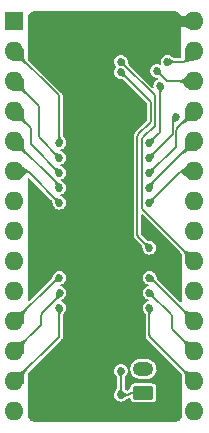
<source format=gbr>
%TF.GenerationSoftware,KiCad,Pcbnew,(6.0.9)*%
%TF.CreationDate,2022-11-12T13:13:34-05:00*%
%TF.ProjectId,6264_NVSRAM_MOD,36323634-5f4e-4565-9352-414d5f4d4f44,rev?*%
%TF.SameCoordinates,Original*%
%TF.FileFunction,Copper,L2,Bot*%
%TF.FilePolarity,Positive*%
%FSLAX46Y46*%
G04 Gerber Fmt 4.6, Leading zero omitted, Abs format (unit mm)*
G04 Created by KiCad (PCBNEW (6.0.9)) date 2022-11-12 13:13:34*
%MOMM*%
%LPD*%
G01*
G04 APERTURE LIST*
G04 Aperture macros list*
%AMRoundRect*
0 Rectangle with rounded corners*
0 $1 Rounding radius*
0 $2 $3 $4 $5 $6 $7 $8 $9 X,Y pos of 4 corners*
0 Add a 4 corners polygon primitive as box body*
4,1,4,$2,$3,$4,$5,$6,$7,$8,$9,$2,$3,0*
0 Add four circle primitives for the rounded corners*
1,1,$1+$1,$2,$3*
1,1,$1+$1,$4,$5*
1,1,$1+$1,$6,$7*
1,1,$1+$1,$8,$9*
0 Add four rect primitives between the rounded corners*
20,1,$1+$1,$2,$3,$4,$5,0*
20,1,$1+$1,$4,$5,$6,$7,0*
20,1,$1+$1,$6,$7,$8,$9,0*
20,1,$1+$1,$8,$9,$2,$3,0*%
G04 Aperture macros list end*
%TA.AperFunction,ComponentPad*%
%ADD10RoundRect,0.250000X0.625000X-0.350000X0.625000X0.350000X-0.625000X0.350000X-0.625000X-0.350000X0*%
%TD*%
%TA.AperFunction,ComponentPad*%
%ADD11O,1.750000X1.200000*%
%TD*%
%TA.AperFunction,ComponentPad*%
%ADD12R,1.600000X1.600000*%
%TD*%
%TA.AperFunction,ComponentPad*%
%ADD13O,1.600000X1.600000*%
%TD*%
%TA.AperFunction,ViaPad*%
%ADD14C,0.685800*%
%TD*%
%TA.AperFunction,Conductor*%
%ADD15C,0.152400*%
%TD*%
%TA.AperFunction,Conductor*%
%ADD16C,0.914400*%
%TD*%
G04 APERTURE END LIST*
D10*
%TO.P,J1,1,Pin_1*%
%TO.N,/BATT_FAKE*%
X122682000Y-89865200D03*
D11*
%TO.P,J1,2,Pin_2*%
%TO.N,GND*%
X122682000Y-87865200D03*
%TD*%
D12*
%TO.P,U10,1,NC*%
%TO.N,unconnected-(U10-Pad1)*%
X111760000Y-58420000D03*
D13*
%TO.P,U10,2,A12*%
%TO.N,/A12*%
X111760000Y-60960000D03*
%TO.P,U10,3,A7*%
%TO.N,/A7*%
X111760000Y-63500000D03*
%TO.P,U10,4,A6*%
%TO.N,/A6*%
X111760000Y-66040000D03*
%TO.P,U10,5,A5*%
%TO.N,/A5*%
X111760000Y-68580000D03*
%TO.P,U10,6,A4*%
%TO.N,/A4*%
X111760000Y-71120000D03*
%TO.P,U10,7,A3*%
%TO.N,/A3*%
X111760000Y-73660000D03*
%TO.P,U10,8,A2*%
%TO.N,/A2*%
X111760000Y-76200000D03*
%TO.P,U10,9,A1*%
%TO.N,/A1*%
X111760000Y-78740000D03*
%TO.P,U10,10,A0*%
%TO.N,/A0*%
X111760000Y-81280000D03*
%TO.P,U10,11,D0*%
%TO.N,/D0*%
X111760000Y-83820000D03*
%TO.P,U10,12,D1*%
%TO.N,/D1*%
X111760000Y-86360000D03*
%TO.P,U10,13,D2*%
%TO.N,/D2*%
X111760000Y-88900000D03*
%TO.P,U10,14,GND*%
%TO.N,GND*%
X111760000Y-91440000D03*
%TO.P,U10,15,D3*%
%TO.N,/D3*%
X127000000Y-91440000D03*
%TO.P,U10,16,D4*%
%TO.N,/D4*%
X127000000Y-88900000D03*
%TO.P,U10,17,D5*%
%TO.N,/D5*%
X127000000Y-86360000D03*
%TO.P,U10,18,D6*%
%TO.N,/D6*%
X127000000Y-83820000D03*
%TO.P,U10,19,D7*%
%TO.N,/D7*%
X127000000Y-81280000D03*
%TO.P,U10,20,~{CE1}*%
%TO.N,/~{CE1}*%
X127000000Y-78740000D03*
%TO.P,U10,21,A10*%
%TO.N,/A10*%
X127000000Y-76200000D03*
%TO.P,U10,22,~{OE}*%
%TO.N,/~{OE}*%
X127000000Y-73660000D03*
%TO.P,U10,23,A11*%
%TO.N,/A11*%
X127000000Y-71120000D03*
%TO.P,U10,24,A9*%
%TO.N,/A9*%
X127000000Y-68580000D03*
%TO.P,U10,25,A8*%
%TO.N,/A8*%
X127000000Y-66040000D03*
%TO.P,U10,26,CE2*%
%TO.N,/CE2*%
X127000000Y-63500000D03*
%TO.P,U10,27,~{WE}*%
%TO.N,/~{WE}*%
X127000000Y-60960000D03*
%TO.P,U10,28,VCC*%
%TO.N,VCC*%
X127000000Y-58420000D03*
%TD*%
D14*
%TO.N,/D2*%
X115570000Y-82677000D03*
%TO.N,/D1*%
X115582215Y-81407000D03*
%TO.N,/A8*%
X123190000Y-71247000D03*
%TO.N,/D0*%
X115570000Y-80137000D03*
%TO.N,/A9*%
X123190000Y-72517000D03*
%TO.N,/A11*%
X123190000Y-73787000D03*
%TO.N,/A4*%
X115570000Y-73787000D03*
%TO.N,/A5*%
X115570000Y-72517000D03*
%TO.N,/D6*%
X123190000Y-80137000D03*
%TO.N,/A6*%
X115570000Y-71247000D03*
%TO.N,/D5*%
X123190000Y-81407000D03*
%TO.N,/A7*%
X115570000Y-69977000D03*
%TO.N,/D4*%
X123190000Y-82677000D03*
%TO.N,/A12*%
X115570000Y-68707000D03*
%TO.N,/CE2*%
X123825000Y-62618222D03*
%TO.N,/~{CE1}*%
X120777000Y-61849000D03*
%TO.N,/~{WE}*%
X123190000Y-68707000D03*
X124104400Y-63881000D03*
X124714000Y-61849000D03*
%TO.N,VCC*%
X125476000Y-59752900D03*
X120799466Y-91313000D03*
X122809000Y-60510022D03*
%TO.N,/BATT_FAKE*%
X120777000Y-90043000D03*
X120777000Y-88011000D03*
%TO.N,/~{CE_STK}*%
X123190000Y-77597000D03*
X120777000Y-62738000D03*
%TO.N,Net-(R5-Pad2)*%
X125476000Y-66548000D03*
X123190000Y-69977000D03*
%TD*%
D15*
%TO.N,/D2*%
X111760000Y-88900000D02*
X115503045Y-85156955D01*
X115570000Y-84995311D02*
X115570000Y-82677000D01*
X115503040Y-85156950D02*
G75*
G03*
X115570000Y-84995311I-161640J161650D01*
G01*
%TO.N,/D1*%
X114112956Y-83118044D02*
X115515260Y-81715740D01*
X111760000Y-86360000D02*
X113979045Y-84140955D01*
X114046000Y-83979311D02*
X114046000Y-83279689D01*
X115582215Y-81554096D02*
X115582215Y-81407000D01*
X115515265Y-81715745D02*
G75*
G03*
X115582215Y-81554096I-161665J161645D01*
G01*
X113979040Y-84140950D02*
G75*
G03*
X114046000Y-83979311I-161640J161650D01*
G01*
X114045993Y-83279689D02*
G75*
G02*
X114112956Y-83118044I228607J-11D01*
G01*
%TO.N,/A8*%
X125476000Y-67658689D02*
X125476000Y-68866311D01*
X125409044Y-69027956D02*
X123190000Y-71247000D01*
X127000000Y-66040000D02*
X125542955Y-67497045D01*
X125475993Y-67658689D02*
G75*
G02*
X125542955Y-67497045I228607J-11D01*
G01*
X125409039Y-69027951D02*
G75*
G03*
X125476000Y-68866311I-161639J161651D01*
G01*
%TO.N,/D0*%
X115537689Y-80137000D02*
X115570000Y-80137000D01*
X111760000Y-83820000D02*
X115376045Y-80203955D01*
X115537689Y-80136993D02*
G75*
G03*
X115376045Y-80203955I11J-228607D01*
G01*
%TO.N,/A9*%
X123190000Y-72484689D02*
X123190000Y-72517000D01*
X127000000Y-68580000D02*
X123256955Y-72323045D01*
X123256960Y-72323050D02*
G75*
G03*
X123190000Y-72484689I161640J-161650D01*
G01*
%TO.N,/A11*%
X125790044Y-71186956D02*
X123190000Y-73787000D01*
X127000000Y-71120000D02*
X125951689Y-71120000D01*
X125790049Y-71186961D02*
G75*
G02*
X125951689Y-71120000I161651J-161639D01*
G01*
%TO.N,/A4*%
X112969956Y-71186956D02*
X115570000Y-73787000D01*
X111760000Y-71120000D02*
X112808311Y-71120000D01*
X112969951Y-71186961D02*
G75*
G03*
X112808311Y-71120000I-161651J-161639D01*
G01*
%TO.N,/A5*%
X115570000Y-72484689D02*
X115570000Y-72517000D01*
X111760000Y-68580000D02*
X115503045Y-72323045D01*
X115503040Y-72323050D02*
G75*
G02*
X115570000Y-72484689I-161640J-161650D01*
G01*
%TO.N,/D6*%
X123222311Y-80137000D02*
X123190000Y-80137000D01*
X127000000Y-83820000D02*
X123383955Y-80203955D01*
X123383950Y-80203960D02*
G75*
G03*
X123222311Y-80137000I-161650J-161640D01*
G01*
%TO.N,/A6*%
X113223956Y-68900956D02*
X115570000Y-71247000D01*
X111760000Y-66040000D02*
X113090045Y-67370045D01*
X113157000Y-67531689D02*
X113157000Y-68739311D01*
X113090040Y-67370050D02*
G75*
G02*
X113157000Y-67531689I-161640J-161650D01*
G01*
X113223961Y-68900951D02*
G75*
G02*
X113157000Y-68739311I161639J161651D01*
G01*
%TO.N,/D5*%
X125095000Y-84360311D02*
X125095000Y-83406689D01*
X127000000Y-86360000D02*
X125161955Y-84521955D01*
X125028044Y-83245044D02*
X123190000Y-81407000D01*
X125028039Y-83245049D02*
G75*
G02*
X125095000Y-83406689I-161639J-161651D01*
G01*
X125161960Y-84521950D02*
G75*
G02*
X125095000Y-84360311I161640J161650D01*
G01*
%TO.N,/A7*%
X111760000Y-63500000D02*
X113775855Y-65515855D01*
X113909766Y-68316766D02*
X115570000Y-69977000D01*
X113842810Y-65677499D02*
X113842810Y-68155121D01*
X113842793Y-68155121D02*
G75*
G03*
X113909766Y-68316766I228607J21D01*
G01*
X113842807Y-65677499D02*
G75*
G03*
X113775855Y-65515855I-228607J-1D01*
G01*
%TO.N,/D4*%
X123190000Y-84995311D02*
X123190000Y-82677000D01*
X127000000Y-88900000D02*
X123256955Y-85156955D01*
X123256960Y-85156950D02*
G75*
G02*
X123190000Y-84995311I161640J161650D01*
G01*
%TO.N,/A12*%
X115570000Y-64864689D02*
X115570000Y-68707000D01*
X111760000Y-60960000D02*
X115503045Y-64703045D01*
X115503040Y-64703050D02*
G75*
G02*
X115570000Y-64864689I-161640J-161650D01*
G01*
%TO.N,/CE2*%
X124706778Y-63500000D02*
X127000000Y-63500000D01*
X123825000Y-62618222D02*
X124706778Y-63500000D01*
%TO.N,/~{CE1}*%
X123698000Y-67088311D02*
X123698000Y-64864689D01*
X122621956Y-68259044D02*
X123631045Y-67249955D01*
X123631044Y-64703044D02*
X120777000Y-61849000D01*
X127000000Y-78740000D02*
X122621955Y-74361955D01*
X122555000Y-74200311D02*
X122555000Y-68420689D01*
X123698007Y-64864689D02*
G75*
G03*
X123631044Y-64703044I-228607J-11D01*
G01*
X122554993Y-68420689D02*
G75*
G02*
X122621956Y-68259044I228607J-11D01*
G01*
X123631040Y-67249950D02*
G75*
G03*
X123698000Y-67088311I-161640J161650D01*
G01*
X122554993Y-74200311D02*
G75*
G03*
X122621955Y-74361955I228607J11D01*
G01*
%TO.N,/~{WE}*%
X124104400Y-63881000D02*
X124104400Y-67697911D01*
X126111000Y-61849000D02*
X124714000Y-61849000D01*
X127000000Y-60960000D02*
X126111000Y-61849000D01*
X124037445Y-67859555D02*
X123190000Y-68707000D01*
X124037440Y-67859550D02*
G75*
G03*
X124104400Y-67697911I-161640J161650D01*
G01*
D16*
%TO.N,VCC*%
X127000000Y-58420000D02*
X125857000Y-58420000D01*
D15*
%TO.N,/BATT_FAKE*%
X121412000Y-90043000D02*
X121589800Y-89865200D01*
X120777000Y-88011000D02*
X120777000Y-90043000D01*
X120777000Y-90043000D02*
X121412000Y-90043000D01*
X121589800Y-89865200D02*
X122682000Y-89865200D01*
%TO.N,/~{CE_STK}*%
X122240956Y-68005044D02*
X123250045Y-66995955D01*
X123190000Y-77597000D02*
X122240955Y-76647955D01*
X123250044Y-65211044D02*
X120777000Y-62738000D01*
X123317000Y-66834311D02*
X123317000Y-65372689D01*
X122174000Y-76486311D02*
X122174000Y-68166689D01*
X123317007Y-65372689D02*
G75*
G03*
X123250044Y-65211044I-228607J-11D01*
G01*
X123317007Y-66834311D02*
G75*
G02*
X123250045Y-66995955I-228607J11D01*
G01*
X122173993Y-76486311D02*
G75*
G03*
X122240955Y-76647955I228607J11D01*
G01*
X122173993Y-68166689D02*
G75*
G02*
X122240956Y-68005044I228607J-11D01*
G01*
%TO.N,Net-(R5-Pad2)*%
X125171200Y-66852800D02*
X125171200Y-67995800D01*
X125476000Y-66548000D02*
X125171200Y-66852800D01*
X125171200Y-67995800D02*
X123190000Y-69977000D01*
%TD*%
%TA.AperFunction,Conductor*%
%TO.N,VCC*%
G36*
X125254494Y-57531640D02*
G01*
X125397246Y-57550390D01*
X125416168Y-57555448D01*
X125544650Y-57608530D01*
X125561623Y-57618302D01*
X125672042Y-57702762D01*
X125685916Y-57716586D01*
X125770776Y-57826691D01*
X125780611Y-57843629D01*
X125834163Y-57971922D01*
X125839289Y-57990825D01*
X125858559Y-58133503D01*
X125859235Y-58143293D01*
X125871329Y-61456893D01*
X125871370Y-61468226D01*
X125853954Y-61516627D01*
X125809500Y-61542509D01*
X125796171Y-61543700D01*
X125359975Y-61543700D01*
X125341321Y-61541350D01*
X125333539Y-61539357D01*
X125333535Y-61539356D01*
X125329968Y-61538443D01*
X125290606Y-61536302D01*
X125280854Y-61535128D01*
X125266157Y-61532374D01*
X125255066Y-61529403D01*
X125252035Y-61528337D01*
X125241437Y-61523664D01*
X125239019Y-61522367D01*
X125230963Y-61517366D01*
X125220139Y-61509661D01*
X125215647Y-61506202D01*
X125192090Y-61486599D01*
X125191112Y-61485771D01*
X125157588Y-61456893D01*
X125154889Y-61454604D01*
X125154860Y-61454580D01*
X125154726Y-61454466D01*
X125154419Y-61454210D01*
X125150858Y-61451300D01*
X125111837Y-61420040D01*
X125104994Y-61414762D01*
X125104288Y-61414238D01*
X125101158Y-61412007D01*
X125097356Y-61409296D01*
X125097315Y-61409267D01*
X125097003Y-61409045D01*
X125096638Y-61408795D01*
X125096612Y-61408777D01*
X125052086Y-61378297D01*
X125052068Y-61378285D01*
X125051694Y-61378029D01*
X125041967Y-61371718D01*
X125040990Y-61371118D01*
X125040648Y-61370919D01*
X125031573Y-61365644D01*
X125031548Y-61365630D01*
X125031168Y-61365409D01*
X125030787Y-61365200D01*
X125030752Y-61365180D01*
X125006847Y-61352053D01*
X125006845Y-61352052D01*
X125003791Y-61350375D01*
X125002468Y-61349359D01*
X125000329Y-61348473D01*
X124983693Y-61339337D01*
X124963678Y-61331305D01*
X124933523Y-61319204D01*
X124933516Y-61319202D01*
X124931421Y-61318361D01*
X124929241Y-61317779D01*
X124929239Y-61317778D01*
X124926019Y-61316918D01*
X124926079Y-61316693D01*
X124916301Y-61313668D01*
X124867870Y-61293607D01*
X124867871Y-61293607D01*
X124863322Y-61291723D01*
X124858444Y-61291081D01*
X124858441Y-61291080D01*
X124718884Y-61272707D01*
X124714000Y-61272064D01*
X124709116Y-61272707D01*
X124569559Y-61291080D01*
X124569556Y-61291081D01*
X124564678Y-61291723D01*
X124560131Y-61293607D01*
X124560129Y-61293607D01*
X124511698Y-61313668D01*
X124425532Y-61349359D01*
X124421625Y-61352357D01*
X124340298Y-61414762D01*
X124306045Y-61441045D01*
X124214359Y-61560532D01*
X124212475Y-61565081D01*
X124165156Y-61679320D01*
X124156723Y-61699678D01*
X124156081Y-61704556D01*
X124156080Y-61704559D01*
X124147157Y-61772338D01*
X124137064Y-61849000D01*
X124156723Y-61998322D01*
X124158609Y-62002876D01*
X124159651Y-62006764D01*
X124155167Y-62058008D01*
X124118794Y-62094381D01*
X124067550Y-62098865D01*
X124058235Y-62095703D01*
X124055044Y-62094381D01*
X123974322Y-62060945D01*
X123969444Y-62060303D01*
X123969441Y-62060302D01*
X123829884Y-62041929D01*
X123825000Y-62041286D01*
X123820116Y-62041929D01*
X123680559Y-62060302D01*
X123680556Y-62060303D01*
X123675678Y-62060945D01*
X123671131Y-62062829D01*
X123671129Y-62062829D01*
X123641647Y-62075041D01*
X123536532Y-62118581D01*
X123417045Y-62210267D01*
X123325359Y-62329754D01*
X123312924Y-62359774D01*
X123276156Y-62448542D01*
X123267723Y-62468900D01*
X123267081Y-62473778D01*
X123267080Y-62473781D01*
X123252265Y-62586310D01*
X123248064Y-62618222D01*
X123248707Y-62623106D01*
X123265934Y-62753954D01*
X123267723Y-62767544D01*
X123269607Y-62772091D01*
X123269607Y-62772093D01*
X123294185Y-62831429D01*
X123325359Y-62906690D01*
X123417045Y-63026177D01*
X123536532Y-63117863D01*
X123625221Y-63154599D01*
X123631088Y-63157029D01*
X123636994Y-63159781D01*
X123655319Y-63169311D01*
X123658873Y-63170345D01*
X123658875Y-63170346D01*
X123662215Y-63171318D01*
X123673540Y-63174613D01*
X123675678Y-63175499D01*
X123677021Y-63175676D01*
X123677288Y-63175863D01*
X123677331Y-63175717D01*
X123707335Y-63184448D01*
X123707794Y-63184569D01*
X123707811Y-63184574D01*
X123718174Y-63187312D01*
X123718598Y-63187424D01*
X123719141Y-63187553D01*
X123719278Y-63187586D01*
X123719302Y-63187591D01*
X123719700Y-63187686D01*
X123727100Y-63189257D01*
X123728220Y-63189495D01*
X123730758Y-63190034D01*
X123731213Y-63190119D01*
X123731222Y-63190121D01*
X123784342Y-63200069D01*
X123784383Y-63200076D01*
X123784734Y-63200142D01*
X123785113Y-63200206D01*
X123785126Y-63200208D01*
X123793010Y-63201533D01*
X123793025Y-63201535D01*
X123793350Y-63201590D01*
X123793647Y-63201634D01*
X123793696Y-63201642D01*
X123793799Y-63201657D01*
X123793814Y-63201659D01*
X123794203Y-63201717D01*
X123802990Y-63202855D01*
X123803340Y-63202894D01*
X123803376Y-63202898D01*
X123852599Y-63208332D01*
X123852635Y-63208336D01*
X123852657Y-63208338D01*
X123856441Y-63208725D01*
X123856856Y-63208764D01*
X123857769Y-63208841D01*
X123860730Y-63209091D01*
X123907418Y-63230685D01*
X123929303Y-63277237D01*
X123916144Y-63326966D01*
X123883187Y-63353501D01*
X123820483Y-63379473D01*
X123820477Y-63379476D01*
X123815932Y-63381359D01*
X123696445Y-63473045D01*
X123604759Y-63592532D01*
X123547123Y-63731678D01*
X123546481Y-63736556D01*
X123546480Y-63736559D01*
X123532151Y-63845402D01*
X123527464Y-63881000D01*
X123539591Y-63973106D01*
X123542017Y-63991536D01*
X123530883Y-64041757D01*
X123490073Y-64073071D01*
X123438683Y-64070828D01*
X123414286Y-64054526D01*
X121449653Y-62089893D01*
X121438124Y-62075041D01*
X121434037Y-62068140D01*
X121434032Y-62068133D01*
X121432152Y-62064959D01*
X121405834Y-62035612D01*
X121399774Y-62027894D01*
X121391319Y-62015541D01*
X121385581Y-62005604D01*
X121384270Y-62002871D01*
X121384192Y-62002707D01*
X121380006Y-61991926D01*
X121379209Y-61989284D01*
X121377047Y-61980047D01*
X121374841Y-61966941D01*
X121374111Y-61961318D01*
X121371304Y-61930673D01*
X121371203Y-61929440D01*
X121370806Y-61924096D01*
X121367923Y-61885380D01*
X121367542Y-61880856D01*
X121367503Y-61880441D01*
X121367116Y-61876657D01*
X121361634Y-61826998D01*
X121361595Y-61826697D01*
X121361589Y-61826646D01*
X121360549Y-61818607D01*
X121360516Y-61818349D01*
X121360387Y-61817479D01*
X121358919Y-61808725D01*
X121352105Y-61772338D01*
X121348896Y-61755201D01*
X121348891Y-61755174D01*
X121348814Y-61754765D01*
X121346424Y-61743531D01*
X121346299Y-61743008D01*
X121346279Y-61742921D01*
X121346269Y-61742880D01*
X121346158Y-61742416D01*
X121343224Y-61731330D01*
X121334495Y-61701333D01*
X121334277Y-61699678D01*
X121333390Y-61697537D01*
X121328089Y-61679320D01*
X121305940Y-61627490D01*
X121303139Y-61622649D01*
X121303345Y-61622530D01*
X121298582Y-61613503D01*
X121278527Y-61565086D01*
X121276641Y-61560532D01*
X121263726Y-61543700D01*
X121187953Y-61444952D01*
X121184955Y-61441045D01*
X121150703Y-61414762D01*
X121069375Y-61352357D01*
X121065468Y-61349359D01*
X120979302Y-61313668D01*
X120930871Y-61293607D01*
X120930869Y-61293607D01*
X120926322Y-61291723D01*
X120921444Y-61291081D01*
X120921441Y-61291080D01*
X120781884Y-61272707D01*
X120777000Y-61272064D01*
X120772116Y-61272707D01*
X120632559Y-61291080D01*
X120632556Y-61291081D01*
X120627678Y-61291723D01*
X120623131Y-61293607D01*
X120623129Y-61293607D01*
X120574698Y-61313668D01*
X120488532Y-61349359D01*
X120484625Y-61352357D01*
X120403298Y-61414762D01*
X120369045Y-61441045D01*
X120277359Y-61560532D01*
X120275475Y-61565081D01*
X120228156Y-61679320D01*
X120219723Y-61699678D01*
X120219081Y-61704556D01*
X120219080Y-61704559D01*
X120210157Y-61772338D01*
X120200064Y-61849000D01*
X120200707Y-61853884D01*
X120219080Y-61993436D01*
X120219723Y-61998322D01*
X120221607Y-62002869D01*
X120221607Y-62002871D01*
X120238638Y-62043986D01*
X120277359Y-62137468D01*
X120280357Y-62141375D01*
X120361959Y-62247721D01*
X120377427Y-62296780D01*
X120361959Y-62339279D01*
X120310550Y-62406277D01*
X120277359Y-62449532D01*
X120251634Y-62511638D01*
X120224013Y-62578322D01*
X120219723Y-62588678D01*
X120219081Y-62593556D01*
X120219080Y-62593559D01*
X120209284Y-62667969D01*
X120200064Y-62738000D01*
X120200707Y-62742884D01*
X120216010Y-62859116D01*
X120219723Y-62887322D01*
X120277359Y-63026468D01*
X120369045Y-63145955D01*
X120488532Y-63237641D01*
X120574800Y-63273374D01*
X120583088Y-63276807D01*
X120588994Y-63279559D01*
X120607319Y-63289089D01*
X120610873Y-63290123D01*
X120610875Y-63290124D01*
X120614215Y-63291096D01*
X120625540Y-63294391D01*
X120627678Y-63295277D01*
X120629021Y-63295454D01*
X120629288Y-63295641D01*
X120629331Y-63295495D01*
X120659335Y-63304226D01*
X120659794Y-63304347D01*
X120659811Y-63304352D01*
X120670174Y-63307090D01*
X120670598Y-63307202D01*
X120671141Y-63307331D01*
X120671278Y-63307364D01*
X120671302Y-63307369D01*
X120671700Y-63307464D01*
X120682758Y-63309812D01*
X120683213Y-63309897D01*
X120683222Y-63309899D01*
X120736342Y-63319847D01*
X120736383Y-63319854D01*
X120736734Y-63319920D01*
X120737113Y-63319984D01*
X120737126Y-63319986D01*
X120745010Y-63321311D01*
X120745025Y-63321313D01*
X120745350Y-63321368D01*
X120745647Y-63321412D01*
X120745696Y-63321420D01*
X120745799Y-63321435D01*
X120745814Y-63321437D01*
X120746203Y-63321495D01*
X120754990Y-63322633D01*
X120755340Y-63322672D01*
X120755376Y-63322676D01*
X120804599Y-63328110D01*
X120804635Y-63328114D01*
X120804657Y-63328116D01*
X120808441Y-63328503D01*
X120808856Y-63328542D01*
X120809055Y-63328559D01*
X120809080Y-63328561D01*
X120811278Y-63328746D01*
X120813380Y-63328923D01*
X120857492Y-63332207D01*
X120858673Y-63332304D01*
X120889327Y-63335112D01*
X120894937Y-63335840D01*
X120908052Y-63338048D01*
X120917284Y-63340209D01*
X120919926Y-63341006D01*
X120930707Y-63345192D01*
X120933607Y-63346583D01*
X120943541Y-63352319D01*
X120955894Y-63360774D01*
X120963612Y-63366834D01*
X120992959Y-63393152D01*
X120995887Y-63394941D01*
X120995892Y-63394944D01*
X121004416Y-63400150D01*
X121018394Y-63411153D01*
X122989674Y-65382433D01*
X123011414Y-65429053D01*
X123011700Y-65435607D01*
X123011700Y-66771393D01*
X122994107Y-66819731D01*
X122989674Y-66824567D01*
X122510657Y-67303583D01*
X122048622Y-67765618D01*
X122038579Y-67774046D01*
X122027142Y-67782053D01*
X122027140Y-67782055D01*
X122021754Y-67785826D01*
X122017981Y-67791214D01*
X122017980Y-67791215D01*
X122007104Y-67806746D01*
X122002226Y-67810161D01*
X122003596Y-67811286D01*
X121956537Y-67868624D01*
X121906957Y-67961373D01*
X121905886Y-67964903D01*
X121877702Y-68057798D01*
X121876423Y-68062012D01*
X121876061Y-68065682D01*
X121876061Y-68065684D01*
X121875586Y-68070502D01*
X121873916Y-68087461D01*
X121873905Y-68087569D01*
X121872135Y-68097974D01*
X121871293Y-68101433D01*
X121869327Y-68106362D01*
X121868700Y-68112757D01*
X121868700Y-68133389D01*
X121867557Y-68146452D01*
X121863990Y-68166674D01*
X121865132Y-68173152D01*
X121865132Y-68173154D01*
X121867558Y-68186915D01*
X121868700Y-68199970D01*
X121868700Y-76453030D01*
X121867558Y-76466085D01*
X121863990Y-76486326D01*
X121868407Y-76511366D01*
X121867373Y-76517233D01*
X121869139Y-76517059D01*
X121876423Y-76590987D01*
X121906956Y-76691625D01*
X121956535Y-76784374D01*
X121958879Y-76787230D01*
X121972789Y-76804178D01*
X121978896Y-76812787D01*
X121980768Y-76815862D01*
X121982861Y-76820734D01*
X121986940Y-76825699D01*
X122001540Y-76840299D01*
X122009959Y-76850331D01*
X122021752Y-76867172D01*
X122027144Y-76870947D01*
X122038578Y-76878953D01*
X122048621Y-76887380D01*
X122517348Y-77356107D01*
X122528875Y-77370956D01*
X122534848Y-77381041D01*
X122561164Y-77410385D01*
X122567226Y-77418107D01*
X122575677Y-77430454D01*
X122581416Y-77440392D01*
X122582807Y-77443292D01*
X122586993Y-77454073D01*
X122587790Y-77456715D01*
X122589952Y-77465952D01*
X122592158Y-77479058D01*
X122592887Y-77484672D01*
X122593827Y-77494929D01*
X122595691Y-77515283D01*
X122595792Y-77516507D01*
X122599076Y-77560619D01*
X122599457Y-77565143D01*
X122599496Y-77565558D01*
X122599883Y-77569342D01*
X122605365Y-77619001D01*
X122605404Y-77619302D01*
X122605410Y-77619353D01*
X122606022Y-77624085D01*
X122606483Y-77627650D01*
X122606612Y-77628520D01*
X122608080Y-77637274D01*
X122608147Y-77637630D01*
X122618011Y-77690303D01*
X122618185Y-77691234D01*
X122620575Y-77702468D01*
X122620841Y-77703583D01*
X122623776Y-77714672D01*
X122632505Y-77744668D01*
X122632723Y-77746322D01*
X122633609Y-77748462D01*
X122638912Y-77766683D01*
X122661060Y-77818510D01*
X122662194Y-77820469D01*
X122662195Y-77820472D01*
X122663861Y-77823351D01*
X122663655Y-77823470D01*
X122668418Y-77832497D01*
X122690359Y-77885468D01*
X122693357Y-77889375D01*
X122693359Y-77889378D01*
X122733557Y-77941765D01*
X122782045Y-78004955D01*
X122901532Y-78096641D01*
X122971105Y-78125459D01*
X123036129Y-78152393D01*
X123036131Y-78152393D01*
X123040678Y-78154277D01*
X123045556Y-78154919D01*
X123045559Y-78154920D01*
X123185116Y-78173293D01*
X123190000Y-78173936D01*
X123194884Y-78173293D01*
X123334441Y-78154920D01*
X123334444Y-78154919D01*
X123339322Y-78154277D01*
X123343869Y-78152393D01*
X123343871Y-78152393D01*
X123408895Y-78125459D01*
X123478468Y-78096641D01*
X123597955Y-78004955D01*
X123689641Y-77885468D01*
X123737975Y-77768780D01*
X123745393Y-77750871D01*
X123745393Y-77750869D01*
X123747277Y-77746322D01*
X123747931Y-77741361D01*
X123766293Y-77601884D01*
X123766936Y-77597000D01*
X123762146Y-77560619D01*
X123747920Y-77452559D01*
X123747919Y-77452556D01*
X123747277Y-77447678D01*
X123744261Y-77440395D01*
X123691525Y-77313081D01*
X123689641Y-77308532D01*
X123597955Y-77189045D01*
X123478468Y-77097359D01*
X123383915Y-77058194D01*
X123377999Y-77055437D01*
X123362958Y-77047615D01*
X123362957Y-77047615D01*
X123359683Y-77045912D01*
X123341462Y-77040609D01*
X123339322Y-77039723D01*
X123337994Y-77039548D01*
X123337713Y-77039351D01*
X123337668Y-77039505D01*
X123307665Y-77030774D01*
X123307184Y-77030647D01*
X123307163Y-77030641D01*
X123303705Y-77029727D01*
X123296446Y-77027808D01*
X123296043Y-77027712D01*
X123296003Y-77027702D01*
X123295855Y-77027667D01*
X123295345Y-77027546D01*
X123284241Y-77025187D01*
X123266339Y-77021835D01*
X123230657Y-77015152D01*
X123230616Y-77015145D01*
X123230265Y-77015079D01*
X123229886Y-77015015D01*
X123229873Y-77015013D01*
X123221989Y-77013688D01*
X123221974Y-77013686D01*
X123221649Y-77013631D01*
X123221352Y-77013587D01*
X123221303Y-77013579D01*
X123221200Y-77013564D01*
X123221185Y-77013562D01*
X123220796Y-77013504D01*
X123212009Y-77012366D01*
X123211659Y-77012327D01*
X123211623Y-77012323D01*
X123162400Y-77006889D01*
X123162364Y-77006885D01*
X123162342Y-77006883D01*
X123158558Y-77006496D01*
X123158143Y-77006457D01*
X123157944Y-77006440D01*
X123157919Y-77006438D01*
X123155721Y-77006253D01*
X123153619Y-77006076D01*
X123109507Y-77002792D01*
X123108326Y-77002695D01*
X123077672Y-76999887D01*
X123072062Y-76999159D01*
X123058947Y-76996951D01*
X123049715Y-76994790D01*
X123047073Y-76993993D01*
X123036292Y-76989807D01*
X123033392Y-76988416D01*
X123023458Y-76982680D01*
X123011107Y-76974226D01*
X123003385Y-76968164D01*
X122974041Y-76941848D01*
X122962580Y-76934848D01*
X122948608Y-76923848D01*
X122501326Y-76476566D01*
X122479586Y-76429946D01*
X122479300Y-76423392D01*
X122479300Y-74832607D01*
X122496893Y-74784269D01*
X122541442Y-74758549D01*
X122592100Y-74767482D01*
X122607674Y-74779433D01*
X125748848Y-77920608D01*
X125760870Y-77936306D01*
X125764008Y-77941765D01*
X125765853Y-77944974D01*
X125768283Y-77947755D01*
X125768284Y-77947757D01*
X125853738Y-78045574D01*
X125861060Y-78055492D01*
X125902541Y-78122566D01*
X125905720Y-78127706D01*
X125912046Y-78140515D01*
X125927548Y-78181254D01*
X125932463Y-78207722D01*
X125939138Y-80036703D01*
X125946862Y-82153282D01*
X125929446Y-82201683D01*
X125884992Y-82227565D01*
X125834301Y-82218818D01*
X125818489Y-82206730D01*
X125050616Y-81438856D01*
X123921020Y-80309260D01*
X123909847Y-80295002D01*
X123905084Y-80287126D01*
X123905080Y-80287121D01*
X123903171Y-80283964D01*
X123868959Y-80246513D01*
X123863978Y-80240453D01*
X123845290Y-80215132D01*
X123840554Y-80207874D01*
X123829802Y-80189117D01*
X123826091Y-80181729D01*
X123817715Y-80162484D01*
X123815467Y-80156675D01*
X123808780Y-80137000D01*
X123806008Y-80128843D01*
X123805161Y-80126185D01*
X123793264Y-80086283D01*
X123792390Y-80083425D01*
X123792384Y-80083405D01*
X123792330Y-80083229D01*
X123777712Y-80036539D01*
X123777455Y-80035757D01*
X123775678Y-80030355D01*
X123775663Y-80030312D01*
X123775596Y-80030107D01*
X123775492Y-80029806D01*
X123775462Y-80029717D01*
X123775440Y-80029656D01*
X123775372Y-80029458D01*
X123773000Y-80022904D01*
X123754509Y-79974092D01*
X123750668Y-79964586D01*
X123750264Y-79963646D01*
X123745971Y-79954236D01*
X123720585Y-79901697D01*
X123715285Y-79891388D01*
X123714731Y-79890373D01*
X123708955Y-79880383D01*
X123708706Y-79879975D01*
X123706723Y-79876734D01*
X123689991Y-79849377D01*
X123689641Y-79848532D01*
X123688819Y-79847461D01*
X123687085Y-79844625D01*
X123684449Y-79840315D01*
X123677832Y-79829497D01*
X123643130Y-79785583D01*
X123639191Y-79781669D01*
X123639400Y-79781459D01*
X123632519Y-79774090D01*
X123600953Y-79732952D01*
X123597955Y-79729045D01*
X123478468Y-79637359D01*
X123362040Y-79589133D01*
X123343871Y-79581607D01*
X123343869Y-79581607D01*
X123339322Y-79579723D01*
X123334444Y-79579081D01*
X123334441Y-79579080D01*
X123194884Y-79560707D01*
X123190000Y-79560064D01*
X123185116Y-79560707D01*
X123045559Y-79579080D01*
X123045556Y-79579081D01*
X123040678Y-79579723D01*
X123036131Y-79581607D01*
X123036129Y-79581607D01*
X123017960Y-79589133D01*
X122901532Y-79637359D01*
X122782045Y-79729045D01*
X122690359Y-79848532D01*
X122632723Y-79987678D01*
X122632081Y-79992556D01*
X122632080Y-79992559D01*
X122626266Y-80036722D01*
X122613064Y-80137000D01*
X122613707Y-80141884D01*
X122630185Y-80267042D01*
X122632723Y-80286322D01*
X122634607Y-80290869D01*
X122634607Y-80290871D01*
X122647178Y-80321219D01*
X122690359Y-80425468D01*
X122782045Y-80544955D01*
X122901532Y-80636641D01*
X122963075Y-80662133D01*
X123036124Y-80692391D01*
X123036126Y-80692392D01*
X123040678Y-80694277D01*
X123064727Y-80697443D01*
X123110354Y-80721196D01*
X123130039Y-80768720D01*
X123114571Y-80817779D01*
X123071187Y-80845417D01*
X123064726Y-80846557D01*
X123045559Y-80849080D01*
X123045556Y-80849081D01*
X123040678Y-80849723D01*
X123036131Y-80851607D01*
X123036129Y-80851607D01*
X122997760Y-80867500D01*
X122901532Y-80907359D01*
X122782045Y-80999045D01*
X122690359Y-81118532D01*
X122688475Y-81123081D01*
X122641156Y-81237320D01*
X122632723Y-81257678D01*
X122632081Y-81262556D01*
X122632080Y-81262559D01*
X122625413Y-81313201D01*
X122613064Y-81407000D01*
X122613707Y-81411884D01*
X122630934Y-81542732D01*
X122632723Y-81556322D01*
X122634607Y-81560869D01*
X122634607Y-81560871D01*
X122659187Y-81620211D01*
X122690359Y-81695468D01*
X122782045Y-81814955D01*
X122785952Y-81817953D01*
X122790500Y-81821443D01*
X122901532Y-81906641D01*
X122959319Y-81930577D01*
X122996088Y-81945807D01*
X123001994Y-81948559D01*
X123020319Y-81958089D01*
X123023873Y-81959123D01*
X123023875Y-81959124D01*
X123024288Y-81959244D01*
X123038540Y-81963391D01*
X123040678Y-81964277D01*
X123042021Y-81964454D01*
X123042289Y-81964642D01*
X123042332Y-81964495D01*
X123065335Y-81971189D01*
X123106831Y-82001588D01*
X123119080Y-82051549D01*
X123096348Y-82097693D01*
X123054138Y-82117951D01*
X123052722Y-82118137D01*
X123045559Y-82119080D01*
X123045556Y-82119081D01*
X123040678Y-82119723D01*
X123036131Y-82121607D01*
X123036129Y-82121607D01*
X122995090Y-82138606D01*
X122901532Y-82177359D01*
X122782045Y-82269045D01*
X122690359Y-82388532D01*
X122632723Y-82527678D01*
X122632081Y-82532556D01*
X122632080Y-82532559D01*
X122614172Y-82668587D01*
X122613064Y-82677000D01*
X122613707Y-82681884D01*
X122628923Y-82797457D01*
X122632723Y-82826322D01*
X122634607Y-82830869D01*
X122634607Y-82830871D01*
X122671885Y-82920868D01*
X122674118Y-82927000D01*
X122680338Y-82946696D01*
X122689474Y-82963332D01*
X122690359Y-82965468D01*
X122691179Y-82966537D01*
X122691237Y-82966865D01*
X122691373Y-82966790D01*
X122706410Y-82994170D01*
X122712118Y-83003990D01*
X122712718Y-83004967D01*
X122719029Y-83014694D01*
X122719285Y-83015068D01*
X122719297Y-83015086D01*
X122730338Y-83031214D01*
X122750045Y-83060003D01*
X122750267Y-83060315D01*
X122750296Y-83060356D01*
X122753007Y-83064158D01*
X122755238Y-83067288D01*
X122755762Y-83067994D01*
X122761041Y-83074838D01*
X122761282Y-83075139D01*
X122761290Y-83075149D01*
X122790723Y-83111889D01*
X122792290Y-83113845D01*
X122795014Y-83117182D01*
X122795281Y-83117503D01*
X122795444Y-83117695D01*
X122797892Y-83120588D01*
X122797989Y-83120702D01*
X122826740Y-83154076D01*
X122827570Y-83155055D01*
X122847203Y-83178648D01*
X122850655Y-83183130D01*
X122858367Y-83193963D01*
X122863363Y-83202012D01*
X122864669Y-83204445D01*
X122869337Y-83215035D01*
X122870403Y-83218066D01*
X122873374Y-83229157D01*
X122876128Y-83243854D01*
X122877303Y-83253612D01*
X122879251Y-83289433D01*
X122879443Y-83292968D01*
X122880250Y-83296306D01*
X122880250Y-83296308D01*
X122882596Y-83306015D01*
X122884700Y-83323680D01*
X122884700Y-84962030D01*
X122883558Y-84975085D01*
X122879990Y-84995326D01*
X122881133Y-85001804D01*
X122884421Y-85020446D01*
X122883387Y-85026314D01*
X122885154Y-85026140D01*
X122887250Y-85047408D01*
X122892430Y-85099986D01*
X122893501Y-85103516D01*
X122893502Y-85103521D01*
X122909180Y-85155194D01*
X122922962Y-85200623D01*
X122972541Y-85293370D01*
X122986439Y-85310303D01*
X122988767Y-85313140D01*
X122994876Y-85321752D01*
X122996766Y-85324858D01*
X122998861Y-85329734D01*
X123002940Y-85334699D01*
X123017536Y-85349295D01*
X123025960Y-85359333D01*
X123033977Y-85370781D01*
X123037752Y-85376172D01*
X123043142Y-85379946D01*
X123043143Y-85379947D01*
X123054578Y-85387953D01*
X123064621Y-85396380D01*
X125748848Y-88080608D01*
X125760870Y-88096306D01*
X125764008Y-88101765D01*
X125765853Y-88104974D01*
X125768283Y-88107755D01*
X125768284Y-88107757D01*
X125853738Y-88205574D01*
X125861060Y-88215492D01*
X125874687Y-88237526D01*
X125905720Y-88287706D01*
X125912046Y-88300515D01*
X125934328Y-88359072D01*
X125938034Y-88372382D01*
X125948981Y-88432696D01*
X125950126Y-88443054D01*
X125953048Y-88514828D01*
X125953249Y-88519763D01*
X125953276Y-88525094D01*
X125952291Y-88557500D01*
X125950221Y-88625615D01*
X125950220Y-88625660D01*
X125948097Y-88694164D01*
X125946602Y-88742385D01*
X125946490Y-88749309D01*
X125946489Y-88750020D01*
X125946593Y-88757325D01*
X125950302Y-88881733D01*
X125951003Y-88894151D01*
X125951106Y-88895390D01*
X125952468Y-88907775D01*
X125952533Y-88908249D01*
X125970051Y-89036100D01*
X125970989Y-89042947D01*
X125971089Y-89043536D01*
X125971180Y-89044124D01*
X125972052Y-89055275D01*
X125980224Y-91294461D01*
X125979756Y-91303117D01*
X125966022Y-91425562D01*
X125966330Y-91429230D01*
X125966330Y-91429233D01*
X125981118Y-91605339D01*
X125981381Y-91611357D01*
X125981749Y-91712232D01*
X125981139Y-91722072D01*
X125962739Y-91865542D01*
X125957704Y-91884564D01*
X125904612Y-92013737D01*
X125894815Y-92030801D01*
X125810033Y-92141779D01*
X125796146Y-92155717D01*
X125685479Y-92240903D01*
X125668450Y-92250763D01*
X125539469Y-92304326D01*
X125520467Y-92309430D01*
X125415475Y-92323285D01*
X125377066Y-92328354D01*
X125367228Y-92329000D01*
X113517532Y-92329000D01*
X113507716Y-92328357D01*
X113364639Y-92309520D01*
X113345677Y-92304439D01*
X113216945Y-92251117D01*
X113199944Y-92241301D01*
X113089400Y-92156477D01*
X113075521Y-92142598D01*
X112990699Y-92032056D01*
X112980883Y-92015055D01*
X112927561Y-91886323D01*
X112922480Y-91867361D01*
X112903643Y-91724284D01*
X112903000Y-91714468D01*
X112903000Y-90043000D01*
X120200064Y-90043000D01*
X120219723Y-90192322D01*
X120277359Y-90331468D01*
X120369045Y-90450955D01*
X120488532Y-90542641D01*
X120530110Y-90559863D01*
X120623129Y-90598393D01*
X120623131Y-90598393D01*
X120627678Y-90600277D01*
X120632556Y-90600919D01*
X120632559Y-90600920D01*
X120772116Y-90619293D01*
X120777000Y-90619936D01*
X120781884Y-90619293D01*
X120921441Y-90600920D01*
X120921444Y-90600919D01*
X120926322Y-90600277D01*
X120930869Y-90598393D01*
X120930871Y-90598393D01*
X121020880Y-90561110D01*
X121027012Y-90558877D01*
X121046696Y-90552661D01*
X121063323Y-90543529D01*
X121065468Y-90542641D01*
X121066548Y-90541812D01*
X121066868Y-90541756D01*
X121066795Y-90541623D01*
X121093760Y-90526814D01*
X121093778Y-90526804D01*
X121094171Y-90526588D01*
X121094544Y-90526371D01*
X121094578Y-90526352D01*
X121103620Y-90521096D01*
X121103990Y-90520881D01*
X121104967Y-90520281D01*
X121114694Y-90513970D01*
X121115086Y-90513702D01*
X121159612Y-90483222D01*
X121159638Y-90483204D01*
X121160003Y-90482954D01*
X121160315Y-90482732D01*
X121160356Y-90482703D01*
X121164158Y-90479992D01*
X121167288Y-90477761D01*
X121167994Y-90477237D01*
X121174837Y-90471959D01*
X121213858Y-90440699D01*
X121217419Y-90437789D01*
X121217726Y-90437533D01*
X121220596Y-90435100D01*
X121220715Y-90434998D01*
X121220821Y-90434907D01*
X121254076Y-90406259D01*
X121255055Y-90405429D01*
X121278648Y-90385796D01*
X121283136Y-90382339D01*
X121293967Y-90374629D01*
X121302012Y-90369636D01*
X121304445Y-90368330D01*
X121315035Y-90363662D01*
X121318066Y-90362596D01*
X121329157Y-90359625D01*
X121343854Y-90356871D01*
X121353606Y-90355697D01*
X121387245Y-90353868D01*
X121389526Y-90353744D01*
X121392965Y-90353557D01*
X121396311Y-90352748D01*
X121396313Y-90352748D01*
X121406006Y-90350405D01*
X121423673Y-90348300D01*
X121440393Y-90348300D01*
X121443797Y-90347666D01*
X121447249Y-90347347D01*
X121447265Y-90347519D01*
X121451383Y-90347074D01*
X121473343Y-90346250D01*
X121473346Y-90346249D01*
X121480282Y-90345989D01*
X121486661Y-90343248D01*
X121486663Y-90343248D01*
X121493623Y-90340258D01*
X121509535Y-90335424D01*
X121523058Y-90332905D01*
X121573800Y-90341349D01*
X121607244Y-90380436D01*
X121632438Y-90447641D01*
X121635648Y-90451924D01*
X121635649Y-90451926D01*
X121706008Y-90545806D01*
X121714741Y-90557459D01*
X121719024Y-90560669D01*
X121820274Y-90636551D01*
X121820276Y-90636552D01*
X121824559Y-90639762D01*
X121829571Y-90641641D01*
X121829573Y-90641642D01*
X121948646Y-90686281D01*
X121948650Y-90686282D01*
X121953062Y-90687936D01*
X121957748Y-90688445D01*
X121957752Y-90688446D01*
X122009617Y-90694080D01*
X122009623Y-90694080D01*
X122011645Y-90694300D01*
X122681835Y-90694300D01*
X123352354Y-90694299D01*
X123354375Y-90694079D01*
X123354384Y-90694079D01*
X123386939Y-90690543D01*
X123410938Y-90687936D01*
X123415353Y-90686281D01*
X123534427Y-90641642D01*
X123534429Y-90641641D01*
X123539441Y-90639762D01*
X123543724Y-90636552D01*
X123543726Y-90636551D01*
X123644976Y-90560669D01*
X123649259Y-90557459D01*
X123657992Y-90545806D01*
X123728351Y-90451926D01*
X123728352Y-90451924D01*
X123731562Y-90447641D01*
X123734135Y-90440778D01*
X123778081Y-90323554D01*
X123778082Y-90323550D01*
X123779736Y-90319138D01*
X123780245Y-90314452D01*
X123780246Y-90314448D01*
X123785880Y-90262583D01*
X123785880Y-90262577D01*
X123786100Y-90260555D01*
X123786099Y-89469846D01*
X123785724Y-89466387D01*
X123780245Y-89415951D01*
X123779736Y-89411262D01*
X123771169Y-89388409D01*
X123733442Y-89287773D01*
X123733441Y-89287771D01*
X123731562Y-89282759D01*
X123649259Y-89172941D01*
X123590760Y-89129099D01*
X123543726Y-89093849D01*
X123543724Y-89093848D01*
X123539441Y-89090638D01*
X123534429Y-89088759D01*
X123534427Y-89088758D01*
X123415354Y-89044119D01*
X123415350Y-89044118D01*
X123410938Y-89042464D01*
X123406252Y-89041955D01*
X123406248Y-89041954D01*
X123354383Y-89036320D01*
X123354377Y-89036320D01*
X123352355Y-89036100D01*
X122682165Y-89036100D01*
X122011646Y-89036101D01*
X122009625Y-89036321D01*
X122009616Y-89036321D01*
X121977061Y-89039857D01*
X121953062Y-89042464D01*
X121948648Y-89044119D01*
X121948647Y-89044119D01*
X121829573Y-89088758D01*
X121829571Y-89088759D01*
X121824559Y-89090638D01*
X121820276Y-89093848D01*
X121820274Y-89093849D01*
X121773240Y-89129099D01*
X121714741Y-89172941D01*
X121632438Y-89282759D01*
X121630559Y-89287771D01*
X121630558Y-89287773D01*
X121593406Y-89386877D01*
X121584264Y-89411262D01*
X121583755Y-89415948D01*
X121583754Y-89415952D01*
X121578120Y-89467816D01*
X121577900Y-89469845D01*
X121577900Y-89490669D01*
X121560307Y-89539007D01*
X121522260Y-89562183D01*
X121521518Y-89562211D01*
X121515143Y-89564950D01*
X121515138Y-89564951D01*
X121508177Y-89567942D01*
X121492265Y-89572776D01*
X121484816Y-89574164D01*
X121484814Y-89574165D01*
X121477989Y-89575436D01*
X121472080Y-89579078D01*
X121472078Y-89579079D01*
X121453366Y-89590613D01*
X121443590Y-89595691D01*
X121421903Y-89605008D01*
X121421900Y-89605010D01*
X121417021Y-89607106D01*
X121412056Y-89611185D01*
X121405525Y-89617716D01*
X121391811Y-89628557D01*
X121381172Y-89635115D01*
X121376972Y-89640638D01*
X121362180Y-89660090D01*
X121355495Y-89667745D01*
X121351480Y-89671760D01*
X121304860Y-89693500D01*
X121255173Y-89680186D01*
X121249227Y-89675562D01*
X121220734Y-89651018D01*
X121220588Y-89650893D01*
X121217889Y-89648604D01*
X121217853Y-89648573D01*
X121217726Y-89648466D01*
X121217627Y-89648383D01*
X121217535Y-89648306D01*
X121217468Y-89648251D01*
X121217419Y-89648210D01*
X121217209Y-89648038D01*
X121214033Y-89645442D01*
X121213992Y-89645409D01*
X121213860Y-89645301D01*
X121208040Y-89640638D01*
X121198594Y-89633071D01*
X121186922Y-89621399D01*
X121174770Y-89606230D01*
X121174708Y-89606153D01*
X121172092Y-89602948D01*
X121172085Y-89602940D01*
X121171985Y-89602817D01*
X121171718Y-89602496D01*
X121169100Y-89599403D01*
X121168922Y-89599195D01*
X121140259Y-89565923D01*
X121139429Y-89564944D01*
X121119796Y-89541351D01*
X121116339Y-89536863D01*
X121108629Y-89526032D01*
X121103636Y-89517987D01*
X121102330Y-89515554D01*
X121097662Y-89504964D01*
X121096596Y-89501933D01*
X121093625Y-89490842D01*
X121090871Y-89476145D01*
X121089697Y-89466393D01*
X121087557Y-89427035D01*
X121084404Y-89413989D01*
X121082300Y-89396323D01*
X121082300Y-88656970D01*
X121084650Y-88638316D01*
X121087557Y-88626964D01*
X121089697Y-88587606D01*
X121090871Y-88577854D01*
X121093625Y-88563157D01*
X121096596Y-88552066D01*
X121097662Y-88549035D01*
X121102336Y-88538434D01*
X121103630Y-88536022D01*
X121108633Y-88527963D01*
X121116338Y-88517139D01*
X121119797Y-88512647D01*
X121139400Y-88489090D01*
X121140228Y-88488112D01*
X121169099Y-88454596D01*
X121169183Y-88454497D01*
X121171717Y-88451504D01*
X121171767Y-88451445D01*
X121171985Y-88451182D01*
X121172009Y-88451153D01*
X121174587Y-88447994D01*
X121174709Y-88447845D01*
X121182727Y-88437837D01*
X121205709Y-88409149D01*
X121205717Y-88409139D01*
X121205958Y-88408838D01*
X121211237Y-88401994D01*
X121211761Y-88401288D01*
X121213992Y-88398158D01*
X121216703Y-88394356D01*
X121216732Y-88394315D01*
X121216954Y-88394003D01*
X121236428Y-88365556D01*
X121247702Y-88349086D01*
X121247714Y-88349068D01*
X121247970Y-88348694D01*
X121254281Y-88338967D01*
X121254881Y-88337990D01*
X121258618Y-88331561D01*
X121260340Y-88328599D01*
X121260361Y-88328562D01*
X121260587Y-88328173D01*
X121275624Y-88300793D01*
X121276641Y-88299468D01*
X121277528Y-88297327D01*
X121286660Y-88280699D01*
X121307642Y-88228412D01*
X121309085Y-88223009D01*
X121309311Y-88223069D01*
X121312332Y-88213303D01*
X121332392Y-88164874D01*
X121332393Y-88164871D01*
X121334277Y-88160322D01*
X121341198Y-88107757D01*
X121353293Y-88015884D01*
X121353936Y-88011000D01*
X121348790Y-87971913D01*
X121334920Y-87866559D01*
X121334919Y-87866556D01*
X121334277Y-87861678D01*
X121330831Y-87853357D01*
X121316452Y-87818645D01*
X121574311Y-87818645D01*
X121574524Y-87822712D01*
X121574524Y-87822715D01*
X121576130Y-87853357D01*
X121583739Y-87998539D01*
X121584821Y-88002466D01*
X121584821Y-88002468D01*
X121595906Y-88042710D01*
X121631577Y-88172212D01*
X121715592Y-88331561D01*
X121718221Y-88334672D01*
X121718223Y-88334675D01*
X121744320Y-88365556D01*
X121831865Y-88469151D01*
X121835097Y-88471622D01*
X121835098Y-88471623D01*
X121901546Y-88522426D01*
X121974971Y-88578564D01*
X122085936Y-88630308D01*
X122122794Y-88647495D01*
X122138234Y-88654695D01*
X122142205Y-88655583D01*
X122142206Y-88655583D01*
X122311029Y-88693320D01*
X122311031Y-88693320D01*
X122314036Y-88693992D01*
X122317111Y-88694164D01*
X122317112Y-88694164D01*
X122317328Y-88694176D01*
X122319546Y-88694300D01*
X123002004Y-88694300D01*
X123004027Y-88694080D01*
X123004031Y-88694080D01*
X123070633Y-88686845D01*
X123136087Y-88679734D01*
X123139950Y-88678434D01*
X123302960Y-88623575D01*
X123302965Y-88623573D01*
X123306818Y-88622276D01*
X123310304Y-88620181D01*
X123310307Y-88620180D01*
X123457743Y-88531592D01*
X123457746Y-88531590D01*
X123461229Y-88529497D01*
X123592115Y-88405725D01*
X123594872Y-88401669D01*
X123663429Y-88300790D01*
X123693369Y-88256734D01*
X123760267Y-88089476D01*
X123789689Y-87911755D01*
X123787892Y-87877457D01*
X123780474Y-87735930D01*
X123780261Y-87731861D01*
X123778945Y-87727081D01*
X123733505Y-87562117D01*
X123732423Y-87558188D01*
X123648408Y-87398839D01*
X123645779Y-87395728D01*
X123645777Y-87395725D01*
X123534762Y-87264358D01*
X123532135Y-87261249D01*
X123495321Y-87233102D01*
X123392261Y-87154307D01*
X123389029Y-87151836D01*
X123225766Y-87075705D01*
X123221795Y-87074817D01*
X123221794Y-87074817D01*
X123052971Y-87037080D01*
X123052969Y-87037080D01*
X123049964Y-87036408D01*
X123046889Y-87036236D01*
X123046888Y-87036236D01*
X123046672Y-87036224D01*
X123044454Y-87036100D01*
X122361996Y-87036100D01*
X122359973Y-87036320D01*
X122359969Y-87036320D01*
X122293367Y-87043555D01*
X122227913Y-87050666D01*
X122224050Y-87051966D01*
X122061040Y-87106825D01*
X122061035Y-87106827D01*
X122057182Y-87108124D01*
X122053696Y-87110219D01*
X122053693Y-87110220D01*
X121906257Y-87198808D01*
X121906254Y-87198810D01*
X121902771Y-87200903D01*
X121771885Y-87324675D01*
X121670631Y-87473666D01*
X121669119Y-87477445D01*
X121669119Y-87477446D01*
X121655555Y-87511359D01*
X121603733Y-87640924D01*
X121574311Y-87818645D01*
X121316452Y-87818645D01*
X121291252Y-87757807D01*
X121276641Y-87722532D01*
X121184955Y-87603045D01*
X121065468Y-87511359D01*
X120966338Y-87470298D01*
X120930871Y-87455607D01*
X120930869Y-87455607D01*
X120926322Y-87453723D01*
X120921444Y-87453081D01*
X120921441Y-87453080D01*
X120781884Y-87434707D01*
X120777000Y-87434064D01*
X120772116Y-87434707D01*
X120632559Y-87453080D01*
X120632556Y-87453081D01*
X120627678Y-87453723D01*
X120623131Y-87455607D01*
X120623129Y-87455607D01*
X120587662Y-87470298D01*
X120488532Y-87511359D01*
X120369045Y-87603045D01*
X120277359Y-87722532D01*
X120262748Y-87757807D01*
X120223170Y-87853357D01*
X120219723Y-87861678D01*
X120219081Y-87866556D01*
X120219080Y-87866559D01*
X120205210Y-87971913D01*
X120200064Y-88011000D01*
X120200707Y-88015884D01*
X120212803Y-88107757D01*
X120219723Y-88160322D01*
X120221607Y-88164869D01*
X120221607Y-88164871D01*
X120258885Y-88254868D01*
X120261118Y-88261000D01*
X120267338Y-88280696D01*
X120276474Y-88297332D01*
X120277359Y-88299468D01*
X120278179Y-88300537D01*
X120278237Y-88300865D01*
X120278373Y-88300790D01*
X120293410Y-88328170D01*
X120299118Y-88337990D01*
X120299718Y-88338967D01*
X120306029Y-88348694D01*
X120306285Y-88349068D01*
X120306297Y-88349086D01*
X120317572Y-88365556D01*
X120337045Y-88394003D01*
X120337267Y-88394315D01*
X120337296Y-88394356D01*
X120340007Y-88398158D01*
X120342238Y-88401288D01*
X120342762Y-88401994D01*
X120348041Y-88408838D01*
X120348282Y-88409139D01*
X120348290Y-88409149D01*
X120371272Y-88437837D01*
X120379290Y-88447845D01*
X120382014Y-88451182D01*
X120382281Y-88451503D01*
X120382444Y-88451695D01*
X120384892Y-88454588D01*
X120384989Y-88454702D01*
X120413740Y-88488076D01*
X120414570Y-88489055D01*
X120434203Y-88512648D01*
X120437655Y-88517130D01*
X120445367Y-88527963D01*
X120450363Y-88536012D01*
X120451669Y-88538445D01*
X120456337Y-88549035D01*
X120457403Y-88552066D01*
X120460374Y-88563157D01*
X120463128Y-88577854D01*
X120464302Y-88587606D01*
X120466443Y-88626968D01*
X120467250Y-88630306D01*
X120467250Y-88630308D01*
X120469596Y-88640015D01*
X120471700Y-88657680D01*
X120471700Y-89397025D01*
X120469350Y-89415679D01*
X120466443Y-89427032D01*
X120466243Y-89430715D01*
X120464303Y-89466387D01*
X120463128Y-89476145D01*
X120460374Y-89490842D01*
X120457403Y-89501933D01*
X120456337Y-89504964D01*
X120451663Y-89515565D01*
X120450369Y-89517977D01*
X120445367Y-89526035D01*
X120437658Y-89536865D01*
X120434198Y-89541357D01*
X120414566Y-89564949D01*
X120413736Y-89565930D01*
X120392472Y-89590613D01*
X120384898Y-89599405D01*
X120382281Y-89602496D01*
X120382014Y-89602817D01*
X120379290Y-89606154D01*
X120379099Y-89606392D01*
X120379088Y-89606406D01*
X120359007Y-89631473D01*
X120348041Y-89645161D01*
X120342762Y-89652005D01*
X120342238Y-89652711D01*
X120342051Y-89652974D01*
X120337296Y-89659643D01*
X120337267Y-89659684D01*
X120337045Y-89659996D01*
X120336795Y-89660361D01*
X120336777Y-89660387D01*
X120306297Y-89704913D01*
X120306029Y-89705305D01*
X120299718Y-89715032D01*
X120299118Y-89716009D01*
X120298927Y-89716338D01*
X120298919Y-89716351D01*
X120297925Y-89718062D01*
X120293409Y-89725831D01*
X120278373Y-89753211D01*
X120277359Y-89754532D01*
X120276475Y-89756667D01*
X120267337Y-89773306D01*
X120246358Y-89825588D01*
X120244915Y-89830991D01*
X120244689Y-89830931D01*
X120241668Y-89840697D01*
X120238813Y-89847591D01*
X120219723Y-89893678D01*
X120200064Y-90043000D01*
X112903000Y-90043000D01*
X112903000Y-88237526D01*
X112921568Y-88188051D01*
X112932258Y-88175815D01*
X112994146Y-88104974D01*
X112995876Y-88102078D01*
X112995880Y-88102073D01*
X113000288Y-88094695D01*
X113011669Y-88080091D01*
X115695379Y-85396381D01*
X115705422Y-85387954D01*
X115716856Y-85379948D01*
X115716858Y-85379946D01*
X115722248Y-85376172D01*
X115726023Y-85370782D01*
X115726024Y-85370781D01*
X115736943Y-85355189D01*
X115741820Y-85351774D01*
X115740449Y-85350649D01*
X115771233Y-85313140D01*
X115787459Y-85293370D01*
X115837038Y-85200623D01*
X115867570Y-85099986D01*
X115870083Y-85074480D01*
X115871853Y-85064077D01*
X115872708Y-85060563D01*
X115874673Y-85055638D01*
X115875300Y-85049243D01*
X115875300Y-85028611D01*
X115876443Y-85015548D01*
X115878867Y-85001804D01*
X115880010Y-84995326D01*
X115876442Y-84975085D01*
X115875300Y-84962030D01*
X115875300Y-83322970D01*
X115877650Y-83304316D01*
X115879144Y-83298482D01*
X115880557Y-83292964D01*
X115882697Y-83253606D01*
X115883871Y-83243854D01*
X115886625Y-83229157D01*
X115889596Y-83218066D01*
X115890662Y-83215035D01*
X115895336Y-83204434D01*
X115896630Y-83202022D01*
X115901633Y-83193963D01*
X115909338Y-83183139D01*
X115912797Y-83178647D01*
X115932400Y-83155090D01*
X115933228Y-83154112D01*
X115949264Y-83135496D01*
X115962106Y-83120588D01*
X115964718Y-83117503D01*
X115964726Y-83117493D01*
X115964767Y-83117445D01*
X115964985Y-83117182D01*
X115965009Y-83117153D01*
X115965850Y-83116122D01*
X115967709Y-83113845D01*
X115969276Y-83111889D01*
X115998709Y-83075149D01*
X115998717Y-83075139D01*
X115998958Y-83074838D01*
X116004237Y-83067994D01*
X116004761Y-83067288D01*
X116006992Y-83064158D01*
X116009703Y-83060356D01*
X116009732Y-83060315D01*
X116009954Y-83060003D01*
X116029662Y-83031214D01*
X116040702Y-83015086D01*
X116040714Y-83015068D01*
X116040970Y-83014694D01*
X116047281Y-83004967D01*
X116047881Y-83003990D01*
X116050147Y-83000091D01*
X116053340Y-82994599D01*
X116053361Y-82994562D01*
X116053587Y-82994173D01*
X116062049Y-82978765D01*
X116066937Y-82969865D01*
X116066938Y-82969864D01*
X116068624Y-82966793D01*
X116069641Y-82965468D01*
X116070528Y-82963327D01*
X116079660Y-82946699D01*
X116100642Y-82894412D01*
X116102085Y-82889009D01*
X116102311Y-82889069D01*
X116105332Y-82879303D01*
X116125392Y-82830874D01*
X116125393Y-82830871D01*
X116127277Y-82826322D01*
X116134562Y-82770992D01*
X116146293Y-82681884D01*
X116146936Y-82677000D01*
X116145828Y-82668587D01*
X116127920Y-82532559D01*
X116127919Y-82532556D01*
X116127277Y-82527678D01*
X116069641Y-82388532D01*
X115977955Y-82269045D01*
X115858468Y-82177359D01*
X115853920Y-82175475D01*
X115853917Y-82175473D01*
X115750972Y-82132833D01*
X115713046Y-82098081D01*
X115706331Y-82047081D01*
X115733970Y-82003697D01*
X115744713Y-81996818D01*
X115746711Y-81995766D01*
X115746854Y-81995690D01*
X115746977Y-81995625D01*
X115748312Y-81994908D01*
X115750119Y-81993939D01*
X115750182Y-81993905D01*
X115750275Y-81993855D01*
X115750344Y-81993817D01*
X115750411Y-81993781D01*
X115750460Y-81993754D01*
X115750499Y-81993732D01*
X115750615Y-81993669D01*
X115754121Y-81991711D01*
X115786576Y-81973226D01*
X115796124Y-81967788D01*
X115796136Y-81967781D01*
X115796424Y-81967617D01*
X115803034Y-81963708D01*
X115803684Y-81963309D01*
X115803915Y-81963162D01*
X115803947Y-81963142D01*
X115809851Y-81959384D01*
X115810071Y-81959244D01*
X115810226Y-81959142D01*
X115810283Y-81959105D01*
X115853552Y-81930577D01*
X115853851Y-81930380D01*
X115861665Y-81924999D01*
X115862441Y-81924441D01*
X115870145Y-81918656D01*
X115893683Y-81900215D01*
X115916549Y-81882301D01*
X115916574Y-81882281D01*
X115916902Y-81882024D01*
X115924500Y-81875811D01*
X115925237Y-81875182D01*
X115932391Y-81868818D01*
X115977475Y-81827036D01*
X115978952Y-81825290D01*
X115980530Y-81823638D01*
X115980730Y-81823829D01*
X115982997Y-81821667D01*
X115982773Y-81821443D01*
X115986264Y-81817952D01*
X115990170Y-81814955D01*
X116081856Y-81695468D01*
X116113028Y-81620211D01*
X116137608Y-81560871D01*
X116137608Y-81560869D01*
X116139492Y-81556322D01*
X116141282Y-81542732D01*
X116158508Y-81411884D01*
X116159151Y-81407000D01*
X116146802Y-81313201D01*
X116140135Y-81262559D01*
X116140134Y-81262556D01*
X116139492Y-81257678D01*
X116131060Y-81237320D01*
X116083740Y-81123081D01*
X116081856Y-81118532D01*
X115990170Y-80999045D01*
X115870683Y-80907359D01*
X115774455Y-80867500D01*
X115736086Y-80851607D01*
X115736084Y-80851607D01*
X115731537Y-80849723D01*
X115726659Y-80849081D01*
X115726656Y-80849080D01*
X115701382Y-80845753D01*
X115655754Y-80822001D01*
X115636069Y-80774476D01*
X115651537Y-80725417D01*
X115694920Y-80697779D01*
X115701381Y-80696639D01*
X115704522Y-80696225D01*
X115719322Y-80694277D01*
X115723874Y-80692392D01*
X115723876Y-80692391D01*
X115796925Y-80662133D01*
X115858468Y-80636641D01*
X115977955Y-80544955D01*
X116069641Y-80425468D01*
X116112822Y-80321219D01*
X116125393Y-80290871D01*
X116125393Y-80290869D01*
X116127277Y-80286322D01*
X116129816Y-80267042D01*
X116146293Y-80141884D01*
X116146936Y-80137000D01*
X116133734Y-80036722D01*
X116127920Y-79992559D01*
X116127919Y-79992556D01*
X116127277Y-79987678D01*
X116069641Y-79848532D01*
X115977955Y-79729045D01*
X115858468Y-79637359D01*
X115742040Y-79589133D01*
X115723871Y-79581607D01*
X115723869Y-79581607D01*
X115719322Y-79579723D01*
X115714444Y-79579081D01*
X115714441Y-79579080D01*
X115574884Y-79560707D01*
X115570000Y-79560064D01*
X115565116Y-79560707D01*
X115425559Y-79579080D01*
X115425556Y-79579081D01*
X115420678Y-79579723D01*
X115416131Y-79581607D01*
X115416129Y-79581607D01*
X115397960Y-79589133D01*
X115281532Y-79637359D01*
X115162045Y-79729045D01*
X115159047Y-79732952D01*
X115100850Y-79808795D01*
X115096453Y-79814016D01*
X115084677Y-79826776D01*
X115084671Y-79826784D01*
X115082169Y-79829495D01*
X115071179Y-79847463D01*
X115070359Y-79848532D01*
X115070148Y-79849042D01*
X115069860Y-79849284D01*
X115070010Y-79849375D01*
X115051045Y-79880382D01*
X115050821Y-79880770D01*
X115050800Y-79880805D01*
X115045512Y-79889950D01*
X115045505Y-79889963D01*
X115045268Y-79890373D01*
X115044714Y-79891388D01*
X115039414Y-79901697D01*
X115014028Y-79954236D01*
X115009735Y-79963646D01*
X115009331Y-79964586D01*
X115005490Y-79974092D01*
X114986999Y-80022904D01*
X114984627Y-80029458D01*
X114984559Y-80029656D01*
X114984537Y-80029717D01*
X114984506Y-80029808D01*
X114984403Y-80030107D01*
X114982288Y-80036535D01*
X114982244Y-80036677D01*
X114982229Y-80036722D01*
X114967717Y-80083072D01*
X114966784Y-80086124D01*
X114954843Y-80126168D01*
X114953979Y-80128879D01*
X114944532Y-80156674D01*
X114942284Y-80162484D01*
X114933908Y-80181729D01*
X114930197Y-80189117D01*
X114919445Y-80207874D01*
X114914709Y-80215132D01*
X114896017Y-80240458D01*
X114891033Y-80246521D01*
X114856827Y-80283966D01*
X114849242Y-80296194D01*
X114838514Y-80309727D01*
X113031374Y-82116866D01*
X112984754Y-82138606D01*
X112935067Y-82125292D01*
X112905562Y-82083155D01*
X112903000Y-82063692D01*
X112903000Y-71733307D01*
X112920593Y-71684969D01*
X112965142Y-71659249D01*
X113015800Y-71668182D01*
X113031374Y-71680133D01*
X114897348Y-73546107D01*
X114908875Y-73560956D01*
X114914848Y-73571041D01*
X114941164Y-73600385D01*
X114947226Y-73608107D01*
X114955677Y-73620454D01*
X114961416Y-73630392D01*
X114962807Y-73633292D01*
X114966993Y-73644073D01*
X114967790Y-73646715D01*
X114969952Y-73655952D01*
X114972158Y-73669058D01*
X114972888Y-73674681D01*
X114975691Y-73705283D01*
X114975792Y-73706507D01*
X114979076Y-73750619D01*
X114979457Y-73755143D01*
X114979496Y-73755558D01*
X114979883Y-73759342D01*
X114985365Y-73809001D01*
X114985404Y-73809302D01*
X114985410Y-73809353D01*
X114986022Y-73814085D01*
X114986483Y-73817650D01*
X114986612Y-73818520D01*
X114988080Y-73827274D01*
X114998185Y-73881234D01*
X115000575Y-73892468D01*
X115000841Y-73893583D01*
X115003776Y-73904672D01*
X115012505Y-73934668D01*
X115012723Y-73936322D01*
X115013609Y-73938462D01*
X115018912Y-73956683D01*
X115019807Y-73958778D01*
X115019808Y-73958780D01*
X115026732Y-73974981D01*
X115041060Y-74008510D01*
X115042194Y-74010469D01*
X115042195Y-74010472D01*
X115043861Y-74013351D01*
X115043655Y-74013470D01*
X115048418Y-74022497D01*
X115070359Y-74075468D01*
X115162045Y-74194955D01*
X115281532Y-74286641D01*
X115351105Y-74315459D01*
X115416129Y-74342393D01*
X115416131Y-74342393D01*
X115420678Y-74344277D01*
X115425556Y-74344919D01*
X115425559Y-74344920D01*
X115565116Y-74363293D01*
X115570000Y-74363936D01*
X115574884Y-74363293D01*
X115714441Y-74344920D01*
X115714444Y-74344919D01*
X115719322Y-74344277D01*
X115723869Y-74342393D01*
X115723871Y-74342393D01*
X115788895Y-74315459D01*
X115858468Y-74286641D01*
X115977955Y-74194955D01*
X116069641Y-74075468D01*
X116111264Y-73974981D01*
X116125393Y-73940871D01*
X116125393Y-73940869D01*
X116127277Y-73936322D01*
X116127931Y-73931361D01*
X116146293Y-73791884D01*
X116146936Y-73787000D01*
X116142146Y-73750619D01*
X116127920Y-73642559D01*
X116127919Y-73642556D01*
X116127277Y-73637678D01*
X116124261Y-73630395D01*
X116071525Y-73503081D01*
X116069641Y-73498532D01*
X115977955Y-73379045D01*
X115858468Y-73287359D01*
X115763915Y-73248194D01*
X115757999Y-73245437D01*
X115742958Y-73237615D01*
X115742957Y-73237615D01*
X115739683Y-73235912D01*
X115721462Y-73230609D01*
X115719322Y-73229723D01*
X115717994Y-73229548D01*
X115717713Y-73229351D01*
X115717668Y-73229505D01*
X115694665Y-73222811D01*
X115653169Y-73192412D01*
X115640920Y-73142451D01*
X115663652Y-73096307D01*
X115705862Y-73076049D01*
X115707278Y-73075863D01*
X115714441Y-73074920D01*
X115714444Y-73074919D01*
X115719322Y-73074277D01*
X115723869Y-73072393D01*
X115723871Y-73072393D01*
X115806784Y-73038049D01*
X115858468Y-73016641D01*
X115977955Y-72924955D01*
X116069641Y-72805468D01*
X116120363Y-72683015D01*
X116125393Y-72670871D01*
X116125393Y-72670869D01*
X116127277Y-72666322D01*
X116127942Y-72661275D01*
X116146293Y-72521884D01*
X116146936Y-72517000D01*
X116146247Y-72511763D01*
X116127920Y-72372559D01*
X116127919Y-72372556D01*
X116127277Y-72367678D01*
X116121769Y-72354379D01*
X116094019Y-72287387D01*
X116069641Y-72228532D01*
X115977955Y-72109045D01*
X115898195Y-72047842D01*
X115892976Y-72043447D01*
X115880219Y-72031674D01*
X115880216Y-72031672D01*
X115877504Y-72029169D01*
X115872627Y-72026186D01*
X115864739Y-72021361D01*
X115864736Y-72021360D01*
X115859541Y-72018182D01*
X115858468Y-72017359D01*
X115857927Y-72017135D01*
X115857706Y-72016872D01*
X115857622Y-72017009D01*
X115827024Y-71998294D01*
X115826617Y-71998045D01*
X115826218Y-71997814D01*
X115826194Y-71997800D01*
X115817049Y-71992512D01*
X115817016Y-71992493D01*
X115816626Y-71992268D01*
X115815611Y-71991714D01*
X115811875Y-71989793D01*
X115805710Y-71986623D01*
X115805692Y-71986614D01*
X115805301Y-71986413D01*
X115752757Y-71961025D01*
X115743377Y-71956745D01*
X115742941Y-71956558D01*
X115742880Y-71956531D01*
X115742857Y-71956521D01*
X115742442Y-71956343D01*
X115732907Y-71952490D01*
X115715155Y-71945765D01*
X115676184Y-71912188D01*
X115667914Y-71861418D01*
X115694214Y-71817209D01*
X115719346Y-71804335D01*
X115719322Y-71804277D01*
X115858468Y-71746641D01*
X115960717Y-71668182D01*
X115974048Y-71657953D01*
X115977955Y-71654955D01*
X116069641Y-71535468D01*
X116127277Y-71396322D01*
X116131445Y-71364668D01*
X116146293Y-71251884D01*
X116146936Y-71247000D01*
X116136346Y-71166559D01*
X116127920Y-71102559D01*
X116127919Y-71102556D01*
X116127277Y-71097678D01*
X116124261Y-71090395D01*
X116090203Y-71008173D01*
X116069641Y-70958532D01*
X115977955Y-70839045D01*
X115971227Y-70833882D01*
X115862375Y-70750357D01*
X115858468Y-70747359D01*
X115763915Y-70708194D01*
X115757999Y-70705437D01*
X115742958Y-70697615D01*
X115742957Y-70697615D01*
X115739683Y-70695912D01*
X115721462Y-70690609D01*
X115719322Y-70689723D01*
X115717994Y-70689548D01*
X115717713Y-70689351D01*
X115717668Y-70689505D01*
X115694665Y-70682811D01*
X115653169Y-70652412D01*
X115640920Y-70602451D01*
X115663652Y-70556307D01*
X115705862Y-70536049D01*
X115707278Y-70535863D01*
X115714441Y-70534920D01*
X115714444Y-70534919D01*
X115719322Y-70534277D01*
X115723869Y-70532393D01*
X115723871Y-70532393D01*
X115806784Y-70498049D01*
X115858468Y-70476641D01*
X115977955Y-70384955D01*
X116069641Y-70265468D01*
X116118845Y-70146679D01*
X116125393Y-70130871D01*
X116125393Y-70130869D01*
X116127277Y-70126322D01*
X116129257Y-70111288D01*
X116146293Y-69981884D01*
X116146936Y-69977000D01*
X116142146Y-69940619D01*
X116127920Y-69832559D01*
X116127919Y-69832556D01*
X116127277Y-69827678D01*
X116124261Y-69820395D01*
X116071525Y-69693081D01*
X116069641Y-69688532D01*
X115977955Y-69569045D01*
X115858468Y-69477359D01*
X115763915Y-69438194D01*
X115757999Y-69435437D01*
X115742958Y-69427615D01*
X115742957Y-69427615D01*
X115739683Y-69425912D01*
X115721462Y-69420609D01*
X115719322Y-69419723D01*
X115717994Y-69419548D01*
X115717713Y-69419351D01*
X115717668Y-69419505D01*
X115694665Y-69412811D01*
X115653169Y-69382412D01*
X115640920Y-69332451D01*
X115663652Y-69286307D01*
X115705862Y-69266049D01*
X115707278Y-69265863D01*
X115714441Y-69264920D01*
X115714444Y-69264919D01*
X115719322Y-69264277D01*
X115723869Y-69262393D01*
X115723871Y-69262393D01*
X115811265Y-69226193D01*
X115858468Y-69206641D01*
X115960620Y-69128257D01*
X115974048Y-69117953D01*
X115977955Y-69114955D01*
X116069641Y-68995468D01*
X116123133Y-68866326D01*
X116125393Y-68860871D01*
X116125393Y-68860869D01*
X116127277Y-68856322D01*
X116127942Y-68851275D01*
X116146293Y-68711884D01*
X116146936Y-68707000D01*
X116142146Y-68670619D01*
X116127920Y-68562559D01*
X116127919Y-68562556D01*
X116127277Y-68557678D01*
X116123174Y-68547771D01*
X116101311Y-68494991D01*
X116088112Y-68463125D01*
X116085881Y-68456998D01*
X116080774Y-68440826D01*
X116080772Y-68440822D01*
X116079661Y-68437303D01*
X116070528Y-68420672D01*
X116069641Y-68418532D01*
X116068820Y-68417461D01*
X116068762Y-68417132D01*
X116068625Y-68417207D01*
X116066269Y-68412918D01*
X116053588Y-68389828D01*
X116047881Y-68380009D01*
X116047281Y-68379032D01*
X116040970Y-68369305D01*
X116040702Y-68368913D01*
X116010222Y-68324387D01*
X116010205Y-68324363D01*
X116009954Y-68323996D01*
X116004761Y-68316711D01*
X116004237Y-68316005D01*
X115998958Y-68309161D01*
X115967709Y-68270154D01*
X115964985Y-68266817D01*
X115964718Y-68266496D01*
X115962100Y-68263403D01*
X115961922Y-68263195D01*
X115933259Y-68229923D01*
X115932429Y-68228944D01*
X115912796Y-68205351D01*
X115909339Y-68200863D01*
X115901629Y-68190032D01*
X115896636Y-68181987D01*
X115895330Y-68179554D01*
X115890662Y-68168964D01*
X115889596Y-68165933D01*
X115886625Y-68154842D01*
X115883871Y-68140145D01*
X115882697Y-68130393D01*
X115880557Y-68091035D01*
X115877404Y-68077989D01*
X115875300Y-68060323D01*
X115875300Y-64897970D01*
X115876442Y-64884915D01*
X115878868Y-64871154D01*
X115878868Y-64871152D01*
X115880010Y-64864674D01*
X115875579Y-64839554D01*
X115876613Y-64833686D01*
X115874846Y-64833860D01*
X115867932Y-64763687D01*
X115867932Y-64763686D01*
X115867570Y-64760014D01*
X115859723Y-64734147D01*
X115838111Y-64662915D01*
X115837038Y-64659377D01*
X115787459Y-64566630D01*
X115771233Y-64546860D01*
X115765124Y-64538248D01*
X115763234Y-64535142D01*
X115761139Y-64530266D01*
X115757060Y-64525301D01*
X115742464Y-64510705D01*
X115734040Y-64500667D01*
X115726023Y-64489218D01*
X115726021Y-64489216D01*
X115722248Y-64483828D01*
X115716858Y-64480054D01*
X115716857Y-64480053D01*
X115705422Y-64472047D01*
X115695379Y-64463620D01*
X113011152Y-61779392D01*
X112999130Y-61763694D01*
X112995992Y-61758235D01*
X112995990Y-61758232D01*
X112994147Y-61755026D01*
X112921567Y-61671945D01*
X112903000Y-61622470D01*
X112903000Y-58145532D01*
X112903643Y-58135716D01*
X112922480Y-57992639D01*
X112927561Y-57973677D01*
X112980883Y-57844945D01*
X112990699Y-57827944D01*
X113075523Y-57717400D01*
X113089400Y-57703523D01*
X113199945Y-57618699D01*
X113216945Y-57608883D01*
X113345677Y-57555561D01*
X113364639Y-57550480D01*
X113507716Y-57531643D01*
X113517532Y-57531000D01*
X125244701Y-57531000D01*
X125254494Y-57531640D01*
G37*
%TD.AperFunction*%
%TD*%
%TA.AperFunction,Conductor*%
%TO.N,/CE2*%
G36*
X124140308Y-62505523D02*
G01*
X124148512Y-62509111D01*
X124151313Y-62513952D01*
X124166448Y-62565962D01*
X124166714Y-62567077D01*
X124176819Y-62621037D01*
X124176948Y-62621907D01*
X124182430Y-62671566D01*
X124182469Y-62671981D01*
X124185949Y-62718728D01*
X124190052Y-62763519D01*
X124197439Y-62807405D01*
X124210782Y-62851628D01*
X124232752Y-62897429D01*
X124266025Y-62946049D01*
X124266284Y-62946338D01*
X124266285Y-62946339D01*
X124305872Y-62990480D01*
X124308845Y-62998927D01*
X124305435Y-63006565D01*
X124213343Y-63098657D01*
X124205070Y-63102084D01*
X124197258Y-63099094D01*
X124153117Y-63059507D01*
X124153116Y-63059506D01*
X124152827Y-63059247D01*
X124104207Y-63025974D01*
X124058406Y-63004004D01*
X124014183Y-62990661D01*
X123970297Y-62983274D01*
X123944180Y-62980882D01*
X123925564Y-62979176D01*
X123925536Y-62979174D01*
X123925506Y-62979171D01*
X123900950Y-62977343D01*
X123878759Y-62975691D01*
X123878344Y-62975652D01*
X123861567Y-62973800D01*
X123828677Y-62970169D01*
X123827824Y-62970042D01*
X123773848Y-62959934D01*
X123772746Y-62959672D01*
X123720730Y-62944535D01*
X123713744Y-62938933D01*
X123712301Y-62933530D01*
X123704005Y-62509154D01*
X123707270Y-62500815D01*
X123715932Y-62497227D01*
X124140308Y-62505523D01*
G37*
%TD.AperFunction*%
%TD*%
%TA.AperFunction,Conductor*%
%TO.N,/D2*%
G36*
X115578433Y-82514319D02*
G01*
X115872647Y-82820265D01*
X115875912Y-82828604D01*
X115874469Y-82834007D01*
X115848396Y-82881481D01*
X115847796Y-82882458D01*
X115816780Y-82927767D01*
X115816256Y-82928473D01*
X115785007Y-82967480D01*
X115784740Y-82967801D01*
X115754187Y-83003266D01*
X115754160Y-83003298D01*
X115754107Y-83003362D01*
X115725525Y-83037709D01*
X115725518Y-83037719D01*
X115725390Y-83037872D01*
X115699581Y-83074128D01*
X115677745Y-83114833D01*
X115660894Y-83162754D01*
X115650042Y-83220661D01*
X115650022Y-83221032D01*
X115650021Y-83221039D01*
X115646802Y-83280255D01*
X115642931Y-83288330D01*
X115635119Y-83291320D01*
X115504881Y-83291320D01*
X115496608Y-83287893D01*
X115493198Y-83280255D01*
X115489978Y-83221039D01*
X115489977Y-83221032D01*
X115489957Y-83220661D01*
X115479105Y-83162754D01*
X115462254Y-83114833D01*
X115440418Y-83074128D01*
X115414609Y-83037872D01*
X115414481Y-83037719D01*
X115414474Y-83037709D01*
X115385892Y-83003362D01*
X115385839Y-83003298D01*
X115385812Y-83003266D01*
X115355259Y-82967801D01*
X115354992Y-82967480D01*
X115323743Y-82928473D01*
X115323219Y-82927767D01*
X115292203Y-82882458D01*
X115291603Y-82881481D01*
X115265531Y-82834007D01*
X115264552Y-82825106D01*
X115267353Y-82820265D01*
X115561567Y-82514319D01*
X115569771Y-82510731D01*
X115578433Y-82514319D01*
G37*
%TD.AperFunction*%
%TD*%
%TA.AperFunction,Conductor*%
%TO.N,/A7*%
G36*
X115197742Y-69496128D02*
G01*
X115241882Y-69535714D01*
X115242172Y-69535974D01*
X115290792Y-69569247D01*
X115336593Y-69591217D01*
X115380816Y-69604560D01*
X115424702Y-69611947D01*
X115450819Y-69614339D01*
X115469435Y-69616045D01*
X115469463Y-69616047D01*
X115469493Y-69616050D01*
X115494049Y-69617878D01*
X115516240Y-69619530D01*
X115516655Y-69619569D01*
X115533432Y-69621421D01*
X115566322Y-69625052D01*
X115567175Y-69625179D01*
X115621151Y-69635287D01*
X115622252Y-69635549D01*
X115669064Y-69649172D01*
X115674270Y-69650687D01*
X115681256Y-69656289D01*
X115682699Y-69661692D01*
X115690995Y-70086068D01*
X115687730Y-70094407D01*
X115679068Y-70097995D01*
X115254692Y-70089699D01*
X115246488Y-70086111D01*
X115243687Y-70081270D01*
X115228551Y-70029259D01*
X115228285Y-70028144D01*
X115218180Y-69974184D01*
X115218051Y-69973314D01*
X115212569Y-69923655D01*
X115212530Y-69923240D01*
X115209050Y-69876493D01*
X115204968Y-69831936D01*
X115204947Y-69831702D01*
X115197560Y-69787816D01*
X115184217Y-69743593D01*
X115162247Y-69697792D01*
X115128974Y-69649172D01*
X115116615Y-69635391D01*
X115089128Y-69604742D01*
X115086155Y-69596295D01*
X115089565Y-69588657D01*
X115181657Y-69496565D01*
X115189930Y-69493138D01*
X115197742Y-69496128D01*
G37*
%TD.AperFunction*%
%TD*%
%TA.AperFunction,Conductor*%
%TO.N,/A11*%
G36*
X126441974Y-70558802D02*
G01*
X127386662Y-71112187D01*
X127392068Y-71119325D01*
X127390843Y-71128196D01*
X127388858Y-71130715D01*
X126657772Y-71833765D01*
X126649433Y-71837030D01*
X126643597Y-71835337D01*
X126532471Y-71767968D01*
X126531047Y-71766952D01*
X126425488Y-71679017D01*
X126424696Y-71678293D01*
X126328648Y-71582067D01*
X126328355Y-71581763D01*
X126298597Y-71549716D01*
X126239115Y-71485659D01*
X126154078Y-71398342D01*
X126070523Y-71328392D01*
X126069962Y-71328100D01*
X126069960Y-71328099D01*
X125986547Y-71284736D01*
X125985589Y-71284238D01*
X125984517Y-71284119D01*
X125984515Y-71284118D01*
X125897697Y-71274451D01*
X125897695Y-71274451D01*
X125896417Y-71274309D01*
X125800145Y-71307036D01*
X125702079Y-71384407D01*
X125693462Y-71386841D01*
X125686560Y-71383495D01*
X125594552Y-71291487D01*
X125591125Y-71283214D01*
X125594680Y-71274815D01*
X125594774Y-71274724D01*
X125696342Y-71176233D01*
X125696619Y-71175973D01*
X125792266Y-71089373D01*
X125792581Y-71089098D01*
X125877105Y-71017898D01*
X125877396Y-71017661D01*
X125954136Y-70957109D01*
X125954328Y-70956961D01*
X125971602Y-70943903D01*
X126026594Y-70902333D01*
X126026628Y-70902324D01*
X126026620Y-70902313D01*
X126097706Y-70848896D01*
X126170693Y-70792134D01*
X126170751Y-70792089D01*
X126249021Y-70727191D01*
X126335786Y-70649499D01*
X126427931Y-70560482D01*
X126436262Y-70557199D01*
X126441974Y-70558802D01*
G37*
%TD.AperFunction*%
%TD*%
%TA.AperFunction,Conductor*%
%TO.N,/A9*%
G36*
X127279016Y-68300661D02*
G01*
X127282604Y-68309323D01*
X127272092Y-68847086D01*
X127265623Y-69178010D01*
X127262711Y-69326950D01*
X127259123Y-69335154D01*
X127254107Y-69338004D01*
X127182474Y-69357638D01*
X127112673Y-69376769D01*
X127111168Y-69377077D01*
X127043265Y-69386381D01*
X126975989Y-69395599D01*
X126974765Y-69395700D01*
X126850339Y-69399410D01*
X126849649Y-69399409D01*
X126732913Y-69395791D01*
X126621431Y-69392403D01*
X126621422Y-69392403D01*
X126621223Y-69392397D01*
X126512045Y-69396841D01*
X126402493Y-69416725D01*
X126360251Y-69432799D01*
X126290201Y-69459453D01*
X126290198Y-69459455D01*
X126289679Y-69459652D01*
X126170717Y-69533223D01*
X126059743Y-69630171D01*
X126050957Y-69637847D01*
X126042472Y-69640709D01*
X126034986Y-69637309D01*
X125942691Y-69545014D01*
X125939264Y-69536741D01*
X125942153Y-69529043D01*
X126002773Y-69459652D01*
X126046776Y-69409282D01*
X126090857Y-69338005D01*
X126120054Y-69290794D01*
X126120055Y-69290793D01*
X126120347Y-69290320D01*
X126163274Y-69177506D01*
X126183158Y-69067954D01*
X126187602Y-68958776D01*
X126184208Y-68847086D01*
X126180590Y-68730351D01*
X126180589Y-68729647D01*
X126184298Y-68605242D01*
X126184401Y-68604003D01*
X126202922Y-68468831D01*
X126203230Y-68467326D01*
X126241995Y-68325894D01*
X126247487Y-68318821D01*
X126253050Y-68317289D01*
X126569414Y-68311105D01*
X127270677Y-68297396D01*
X127279016Y-68300661D01*
G37*
%TD.AperFunction*%
%TD*%
%TA.AperFunction,Conductor*%
%TO.N,/D5*%
G36*
X126050957Y-85302153D02*
G01*
X126170717Y-85406776D01*
X126289679Y-85480347D01*
X126290198Y-85480544D01*
X126290201Y-85480546D01*
X126360251Y-85507200D01*
X126402493Y-85523274D01*
X126512045Y-85543158D01*
X126621223Y-85547602D01*
X126621422Y-85547596D01*
X126621431Y-85547596D01*
X126732913Y-85544208D01*
X126849649Y-85540590D01*
X126850339Y-85540589D01*
X126974765Y-85544299D01*
X126975989Y-85544400D01*
X127043265Y-85553618D01*
X127111168Y-85562922D01*
X127112673Y-85563230D01*
X127187882Y-85583844D01*
X127254107Y-85601995D01*
X127261179Y-85607487D01*
X127262711Y-85613050D01*
X127265632Y-85762493D01*
X127282604Y-86630677D01*
X127279339Y-86639016D01*
X127270677Y-86642604D01*
X126569414Y-86628895D01*
X126253050Y-86622711D01*
X126244846Y-86619123D01*
X126241995Y-86614106D01*
X126203230Y-86472673D01*
X126202922Y-86471168D01*
X126184401Y-86335996D01*
X126184298Y-86334757D01*
X126180589Y-86210349D01*
X126180590Y-86209638D01*
X126184208Y-86092913D01*
X126187596Y-85981431D01*
X126187596Y-85981422D01*
X126187602Y-85981223D01*
X126183158Y-85872045D01*
X126163274Y-85762493D01*
X126120347Y-85649679D01*
X126046776Y-85530717D01*
X125942153Y-85410957D01*
X125939291Y-85402472D01*
X125942691Y-85394986D01*
X126034986Y-85302691D01*
X126043259Y-85299264D01*
X126050957Y-85302153D01*
G37*
%TD.AperFunction*%
%TD*%
%TA.AperFunction,Conductor*%
%TO.N,/~{WE}*%
G36*
X124112833Y-63718319D02*
G01*
X124407047Y-64024265D01*
X124410312Y-64032604D01*
X124408869Y-64038007D01*
X124382796Y-64085481D01*
X124382196Y-64086458D01*
X124351180Y-64131767D01*
X124350656Y-64132473D01*
X124319407Y-64171480D01*
X124319140Y-64171801D01*
X124288587Y-64207266D01*
X124288560Y-64207298D01*
X124288507Y-64207362D01*
X124259925Y-64241709D01*
X124259918Y-64241719D01*
X124259790Y-64241872D01*
X124233981Y-64278128D01*
X124212145Y-64318833D01*
X124195294Y-64366754D01*
X124184442Y-64424661D01*
X124184422Y-64425032D01*
X124184421Y-64425039D01*
X124181202Y-64484255D01*
X124177331Y-64492330D01*
X124169519Y-64495320D01*
X124039281Y-64495320D01*
X124031008Y-64491893D01*
X124027598Y-64484255D01*
X124024378Y-64425039D01*
X124024377Y-64425032D01*
X124024357Y-64424661D01*
X124013505Y-64366754D01*
X123996654Y-64318833D01*
X123974818Y-64278128D01*
X123949009Y-64241872D01*
X123948881Y-64241719D01*
X123948874Y-64241709D01*
X123920292Y-64207362D01*
X123920239Y-64207298D01*
X123920212Y-64207266D01*
X123889659Y-64171801D01*
X123889392Y-64171480D01*
X123858143Y-64132473D01*
X123857619Y-64131767D01*
X123826603Y-64086458D01*
X123826003Y-64085481D01*
X123799931Y-64038007D01*
X123798952Y-64029106D01*
X123801753Y-64024265D01*
X124095967Y-63718319D01*
X124104171Y-63714731D01*
X124112833Y-63718319D01*
G37*
%TD.AperFunction*%
%TD*%
%TA.AperFunction,Conductor*%
%TO.N,/D5*%
G36*
X123505308Y-81294301D02*
G01*
X123513512Y-81297889D01*
X123516313Y-81302730D01*
X123531448Y-81354740D01*
X123531714Y-81355855D01*
X123541819Y-81409815D01*
X123541948Y-81410685D01*
X123547430Y-81460344D01*
X123547469Y-81460759D01*
X123550949Y-81507506D01*
X123555052Y-81552297D01*
X123562439Y-81596183D01*
X123575782Y-81640406D01*
X123597752Y-81686207D01*
X123631025Y-81734827D01*
X123631284Y-81735116D01*
X123631285Y-81735117D01*
X123670872Y-81779258D01*
X123673845Y-81787705D01*
X123670435Y-81795343D01*
X123578343Y-81887435D01*
X123570070Y-81890862D01*
X123562258Y-81887872D01*
X123518117Y-81848285D01*
X123518116Y-81848284D01*
X123517827Y-81848025D01*
X123469207Y-81814752D01*
X123423406Y-81792782D01*
X123379183Y-81779439D01*
X123335297Y-81772052D01*
X123309180Y-81769660D01*
X123290564Y-81767954D01*
X123290536Y-81767952D01*
X123290506Y-81767949D01*
X123265950Y-81766121D01*
X123243759Y-81764469D01*
X123243344Y-81764430D01*
X123226567Y-81762578D01*
X123193677Y-81758947D01*
X123192824Y-81758820D01*
X123138848Y-81748712D01*
X123137746Y-81748450D01*
X123085730Y-81733313D01*
X123078744Y-81727711D01*
X123077301Y-81722308D01*
X123069005Y-81297932D01*
X123072270Y-81289593D01*
X123080932Y-81286005D01*
X123505308Y-81294301D01*
G37*
%TD.AperFunction*%
%TD*%
%TA.AperFunction,Conductor*%
%TO.N,/D2*%
G36*
X112725014Y-87842691D02*
G01*
X112817309Y-87934986D01*
X112820736Y-87943259D01*
X112817847Y-87950957D01*
X112713223Y-88070717D01*
X112639652Y-88189679D01*
X112596725Y-88302493D01*
X112576841Y-88412045D01*
X112572397Y-88521223D01*
X112572403Y-88521422D01*
X112572403Y-88521431D01*
X112575791Y-88632913D01*
X112579409Y-88749638D01*
X112579410Y-88750349D01*
X112575701Y-88874757D01*
X112575598Y-88875996D01*
X112557077Y-89011168D01*
X112556769Y-89012673D01*
X112518005Y-89154106D01*
X112512513Y-89161179D01*
X112506950Y-89162711D01*
X112190586Y-89168895D01*
X111489323Y-89182604D01*
X111480984Y-89179339D01*
X111477396Y-89170677D01*
X111494368Y-88302493D01*
X111497289Y-88153050D01*
X111500877Y-88144846D01*
X111505893Y-88141996D01*
X111570456Y-88124299D01*
X111647326Y-88103230D01*
X111648831Y-88102922D01*
X111716734Y-88093618D01*
X111784010Y-88084400D01*
X111785234Y-88084299D01*
X111909660Y-88080589D01*
X111910350Y-88080590D01*
X112027086Y-88084208D01*
X112138568Y-88087596D01*
X112138577Y-88087596D01*
X112138776Y-88087602D01*
X112247954Y-88083158D01*
X112357506Y-88063274D01*
X112399748Y-88047200D01*
X112469798Y-88020546D01*
X112469801Y-88020544D01*
X112470320Y-88020347D01*
X112589282Y-87946776D01*
X112709043Y-87842153D01*
X112717529Y-87839291D01*
X112725014Y-87842691D01*
G37*
%TD.AperFunction*%
%TD*%
%TA.AperFunction,Conductor*%
%TO.N,/A5*%
G36*
X112190586Y-68311105D02*
G01*
X112506950Y-68317289D01*
X112515154Y-68320877D01*
X112518005Y-68325894D01*
X112556769Y-68467326D01*
X112557077Y-68468831D01*
X112575598Y-68604003D01*
X112575701Y-68605242D01*
X112579410Y-68729647D01*
X112579409Y-68730351D01*
X112575791Y-68847086D01*
X112572397Y-68958776D01*
X112576841Y-69067954D01*
X112596725Y-69177506D01*
X112639652Y-69290320D01*
X112639944Y-69290793D01*
X112639945Y-69290794D01*
X112669142Y-69338005D01*
X112713223Y-69409282D01*
X112719893Y-69416917D01*
X112817847Y-69529043D01*
X112820709Y-69537528D01*
X112817309Y-69545014D01*
X112725014Y-69637309D01*
X112716741Y-69640736D01*
X112709043Y-69637847D01*
X112689880Y-69621106D01*
X112589282Y-69533223D01*
X112470320Y-69459652D01*
X112469801Y-69459455D01*
X112469798Y-69459453D01*
X112399748Y-69432799D01*
X112357506Y-69416725D01*
X112247954Y-69396841D01*
X112138776Y-69392397D01*
X112138577Y-69392403D01*
X112138568Y-69392403D01*
X112027086Y-69395791D01*
X111910350Y-69399409D01*
X111909660Y-69399410D01*
X111785234Y-69395700D01*
X111784010Y-69395599D01*
X111716734Y-69386381D01*
X111648831Y-69377077D01*
X111647326Y-69376769D01*
X111576136Y-69357257D01*
X111505893Y-69338004D01*
X111498821Y-69332513D01*
X111497289Y-69326950D01*
X111494378Y-69178010D01*
X111487908Y-68847086D01*
X111477396Y-68309323D01*
X111480661Y-68300984D01*
X111489323Y-68297396D01*
X112190586Y-68311105D01*
G37*
%TD.AperFunction*%
%TD*%
%TA.AperFunction,Conductor*%
%TO.N,/A11*%
G36*
X123578342Y-73306564D02*
G01*
X123670435Y-73398657D01*
X123673862Y-73406930D01*
X123670872Y-73414742D01*
X123643241Y-73445551D01*
X123631025Y-73459172D01*
X123597752Y-73507792D01*
X123575782Y-73553593D01*
X123562439Y-73597816D01*
X123555052Y-73641702D01*
X123555031Y-73641936D01*
X123550949Y-73686493D01*
X123547469Y-73733240D01*
X123547430Y-73733655D01*
X123541948Y-73783314D01*
X123541819Y-73784184D01*
X123531714Y-73838144D01*
X123531448Y-73839259D01*
X123516313Y-73891270D01*
X123510711Y-73898256D01*
X123505308Y-73899699D01*
X123080932Y-73907995D01*
X123072593Y-73904730D01*
X123069005Y-73896068D01*
X123077301Y-73471692D01*
X123080889Y-73463488D01*
X123085730Y-73460687D01*
X123093307Y-73458482D01*
X123137747Y-73445549D01*
X123138848Y-73445287D01*
X123192824Y-73435179D01*
X123193677Y-73435052D01*
X123226567Y-73431421D01*
X123243344Y-73429569D01*
X123243759Y-73429530D01*
X123265950Y-73427878D01*
X123290506Y-73426050D01*
X123290536Y-73426047D01*
X123290564Y-73426045D01*
X123309180Y-73424339D01*
X123335297Y-73421947D01*
X123379183Y-73414560D01*
X123423406Y-73401217D01*
X123469207Y-73379247D01*
X123517827Y-73345974D01*
X123562259Y-73306126D01*
X123570704Y-73303154D01*
X123578342Y-73306564D01*
G37*
%TD.AperFunction*%
%TD*%
%TA.AperFunction,Conductor*%
%TO.N,/CE2*%
G36*
X126657592Y-62786062D02*
G01*
X127320762Y-63423800D01*
X127391231Y-63491567D01*
X127394819Y-63499771D01*
X127391231Y-63508433D01*
X126731680Y-64142692D01*
X126657593Y-64213938D01*
X126649254Y-64217203D01*
X126643691Y-64215671D01*
X126516272Y-64143074D01*
X126514990Y-64142228D01*
X126406309Y-64059739D01*
X126405360Y-64058935D01*
X126314782Y-63973604D01*
X126314279Y-63973101D01*
X126234289Y-63887993D01*
X126157849Y-63806761D01*
X126157841Y-63806753D01*
X126157712Y-63806616D01*
X126077369Y-63732558D01*
X125985843Y-63669153D01*
X125953247Y-63654526D01*
X125876229Y-63619964D01*
X125876226Y-63619963D01*
X125875718Y-63619735D01*
X125875181Y-63619608D01*
X125875177Y-63619607D01*
X125740039Y-63587748D01*
X125740037Y-63587748D01*
X125739576Y-63587639D01*
X125632900Y-63580443D01*
X125580913Y-63576936D01*
X125572889Y-63572961D01*
X125570000Y-63565263D01*
X125570000Y-63434737D01*
X125573427Y-63426464D01*
X125580912Y-63423064D01*
X125625401Y-63420062D01*
X125739576Y-63412360D01*
X125800889Y-63397905D01*
X125875177Y-63380392D01*
X125875181Y-63380391D01*
X125875718Y-63380264D01*
X125876226Y-63380036D01*
X125876229Y-63380035D01*
X125985348Y-63331068D01*
X125985843Y-63330846D01*
X126077369Y-63267441D01*
X126157712Y-63193383D01*
X126157841Y-63193246D01*
X126157849Y-63193238D01*
X126234289Y-63112006D01*
X126314279Y-63026898D01*
X126314782Y-63026395D01*
X126405360Y-62941064D01*
X126406309Y-62940260D01*
X126514990Y-62857771D01*
X126516272Y-62856925D01*
X126643691Y-62784329D01*
X126652576Y-62783211D01*
X126657592Y-62786062D01*
G37*
%TD.AperFunction*%
%TD*%
%TA.AperFunction,Conductor*%
%TO.N,/A5*%
G36*
X115265144Y-71976667D02*
G01*
X115265544Y-71977032D01*
X115314522Y-72021775D01*
X115367216Y-72060664D01*
X115381964Y-72069118D01*
X115415958Y-72088605D01*
X115415963Y-72088608D01*
X115416236Y-72088764D01*
X115416522Y-72088889D01*
X115416531Y-72088893D01*
X115462640Y-72108963D01*
X115462645Y-72108965D01*
X115462845Y-72109052D01*
X115481864Y-72115516D01*
X115508223Y-72124475D01*
X115508245Y-72124482D01*
X115508307Y-72124503D01*
X115508399Y-72124531D01*
X115508404Y-72124532D01*
X115553825Y-72138075D01*
X115553978Y-72138122D01*
X115600515Y-72152693D01*
X115601164Y-72152917D01*
X115626543Y-72162531D01*
X115649976Y-72171408D01*
X115650911Y-72171810D01*
X115677677Y-72184742D01*
X115703455Y-72197198D01*
X115704470Y-72197752D01*
X115755357Y-72228876D01*
X115760626Y-72236116D01*
X115760609Y-72241667D01*
X115713721Y-72431019D01*
X115658576Y-72653712D01*
X115653261Y-72660919D01*
X115643965Y-72662138D01*
X115236242Y-72544084D01*
X115229248Y-72538492D01*
X115227799Y-72533107D01*
X115226699Y-72483900D01*
X115226721Y-72482881D01*
X115230087Y-72431019D01*
X115230146Y-72430374D01*
X115235934Y-72382445D01*
X115235950Y-72382320D01*
X115241828Y-72337694D01*
X115241830Y-72337678D01*
X115241843Y-72337577D01*
X115245515Y-72294966D01*
X115244631Y-72253500D01*
X115236870Y-72212070D01*
X115227772Y-72189267D01*
X115220116Y-72170076D01*
X115220115Y-72170075D01*
X115219912Y-72169565D01*
X115191436Y-72124874D01*
X115172759Y-72103693D01*
X115156391Y-72085129D01*
X115153490Y-72076657D01*
X115156894Y-72069118D01*
X115248980Y-71977032D01*
X115257253Y-71973605D01*
X115265144Y-71976667D01*
G37*
%TD.AperFunction*%
%TD*%
%TA.AperFunction,Conductor*%
%TO.N,/D4*%
G36*
X126050957Y-87842153D02*
G01*
X126170717Y-87946776D01*
X126289679Y-88020347D01*
X126290198Y-88020544D01*
X126290201Y-88020546D01*
X126360251Y-88047200D01*
X126402493Y-88063274D01*
X126512045Y-88083158D01*
X126621223Y-88087602D01*
X126621422Y-88087596D01*
X126621431Y-88087596D01*
X126732913Y-88084208D01*
X126849649Y-88080590D01*
X126850339Y-88080589D01*
X126974765Y-88084299D01*
X126975989Y-88084400D01*
X127043265Y-88093618D01*
X127111168Y-88102922D01*
X127112673Y-88103230D01*
X127187882Y-88123844D01*
X127254107Y-88141995D01*
X127261179Y-88147487D01*
X127262711Y-88153050D01*
X127265632Y-88302493D01*
X127282604Y-89170677D01*
X127279339Y-89179016D01*
X127270677Y-89182604D01*
X126569414Y-89168895D01*
X126253050Y-89162711D01*
X126244846Y-89159123D01*
X126241995Y-89154106D01*
X126203230Y-89012673D01*
X126202922Y-89011168D01*
X126184401Y-88875996D01*
X126184298Y-88874757D01*
X126180589Y-88750349D01*
X126180590Y-88749638D01*
X126184208Y-88632913D01*
X126187596Y-88521431D01*
X126187596Y-88521422D01*
X126187602Y-88521223D01*
X126183158Y-88412045D01*
X126163274Y-88302493D01*
X126120347Y-88189679D01*
X126046776Y-88070717D01*
X125942153Y-87950957D01*
X125939291Y-87942472D01*
X125942691Y-87934986D01*
X126034986Y-87842691D01*
X126043259Y-87839264D01*
X126050957Y-87842153D01*
G37*
%TD.AperFunction*%
%TD*%
%TA.AperFunction,Conductor*%
%TO.N,/A6*%
G36*
X115197742Y-70766128D02*
G01*
X115241882Y-70805714D01*
X115242172Y-70805974D01*
X115290792Y-70839247D01*
X115336593Y-70861217D01*
X115380816Y-70874560D01*
X115424702Y-70881947D01*
X115450819Y-70884339D01*
X115469435Y-70886045D01*
X115469463Y-70886047D01*
X115469493Y-70886050D01*
X115494049Y-70887878D01*
X115516240Y-70889530D01*
X115516655Y-70889569D01*
X115533432Y-70891421D01*
X115566322Y-70895052D01*
X115567175Y-70895179D01*
X115621151Y-70905287D01*
X115622252Y-70905549D01*
X115669064Y-70919172D01*
X115674270Y-70920687D01*
X115681256Y-70926289D01*
X115682699Y-70931692D01*
X115690995Y-71356068D01*
X115687730Y-71364407D01*
X115679068Y-71367995D01*
X115254692Y-71359699D01*
X115246488Y-71356111D01*
X115243687Y-71351270D01*
X115228551Y-71299259D01*
X115228285Y-71298144D01*
X115218180Y-71244184D01*
X115218051Y-71243314D01*
X115212569Y-71193655D01*
X115212530Y-71193240D01*
X115209050Y-71146493D01*
X115204968Y-71101936D01*
X115204947Y-71101702D01*
X115197560Y-71057816D01*
X115184217Y-71013593D01*
X115162247Y-70967792D01*
X115128974Y-70919172D01*
X115116615Y-70905391D01*
X115089128Y-70874742D01*
X115086155Y-70866295D01*
X115089565Y-70858657D01*
X115181657Y-70766565D01*
X115189930Y-70763138D01*
X115197742Y-70766128D01*
G37*
%TD.AperFunction*%
%TD*%
%TA.AperFunction,Conductor*%
%TO.N,/D6*%
G36*
X123474185Y-79947729D02*
G01*
X123478124Y-79951643D01*
X123509247Y-80002529D01*
X123509801Y-80003544D01*
X123535187Y-80056083D01*
X123535591Y-80057023D01*
X123544468Y-80080456D01*
X123554082Y-80105835D01*
X123554306Y-80106484D01*
X123568877Y-80153021D01*
X123568924Y-80153174D01*
X123582496Y-80198692D01*
X123582517Y-80198754D01*
X123582524Y-80198776D01*
X123591483Y-80225135D01*
X123597947Y-80244154D01*
X123598034Y-80244354D01*
X123598036Y-80244359D01*
X123618106Y-80290468D01*
X123618110Y-80290477D01*
X123618235Y-80290763D01*
X123646335Y-80339783D01*
X123685224Y-80392477D01*
X123685425Y-80392697D01*
X123730333Y-80441856D01*
X123733383Y-80450275D01*
X123729968Y-80458020D01*
X123637882Y-80550106D01*
X123629609Y-80553533D01*
X123621871Y-80550609D01*
X123603755Y-80534635D01*
X123582125Y-80515563D01*
X123537434Y-80487087D01*
X123520423Y-80480300D01*
X123508617Y-80475590D01*
X123494929Y-80470129D01*
X123453499Y-80462368D01*
X123412033Y-80461484D01*
X123369422Y-80465156D01*
X123369321Y-80465169D01*
X123369305Y-80465171D01*
X123324637Y-80471054D01*
X123324512Y-80471070D01*
X123300818Y-80473931D01*
X123276622Y-80476853D01*
X123275982Y-80476912D01*
X123224111Y-80480278D01*
X123223106Y-80480300D01*
X123173893Y-80479201D01*
X123165698Y-80475590D01*
X123162916Y-80470758D01*
X123044862Y-80063035D01*
X123045852Y-80054135D01*
X123053288Y-80048424D01*
X123251139Y-79999431D01*
X123465332Y-79946391D01*
X123474185Y-79947729D01*
G37*
%TD.AperFunction*%
%TD*%
%TA.AperFunction,Conductor*%
%TO.N,/~{WE}*%
G36*
X123578342Y-68226564D02*
G01*
X123670435Y-68318657D01*
X123673862Y-68326930D01*
X123670872Y-68334742D01*
X123643241Y-68365551D01*
X123631025Y-68379172D01*
X123597752Y-68427792D01*
X123575782Y-68473593D01*
X123562439Y-68517816D01*
X123555052Y-68561702D01*
X123555031Y-68561936D01*
X123550949Y-68606493D01*
X123547469Y-68653240D01*
X123547430Y-68653655D01*
X123541948Y-68703314D01*
X123541819Y-68704184D01*
X123531714Y-68758144D01*
X123531448Y-68759259D01*
X123516313Y-68811270D01*
X123510711Y-68818256D01*
X123505308Y-68819699D01*
X123080932Y-68827995D01*
X123072593Y-68824730D01*
X123069005Y-68816068D01*
X123077301Y-68391692D01*
X123080889Y-68383488D01*
X123085730Y-68380687D01*
X123093307Y-68378482D01*
X123137747Y-68365549D01*
X123138848Y-68365287D01*
X123192824Y-68355179D01*
X123193677Y-68355052D01*
X123226567Y-68351421D01*
X123243344Y-68349569D01*
X123243759Y-68349530D01*
X123265950Y-68347878D01*
X123290506Y-68346050D01*
X123290536Y-68346047D01*
X123290564Y-68346045D01*
X123309180Y-68344339D01*
X123335297Y-68341947D01*
X123379183Y-68334560D01*
X123423406Y-68321217D01*
X123469207Y-68299247D01*
X123517827Y-68265974D01*
X123562259Y-68226126D01*
X123570704Y-68223154D01*
X123578342Y-68226564D01*
G37*
%TD.AperFunction*%
%TD*%
%TA.AperFunction,Conductor*%
%TO.N,/~{CE1}*%
G36*
X121092308Y-61736301D02*
G01*
X121100512Y-61739889D01*
X121103313Y-61744730D01*
X121118448Y-61796740D01*
X121118714Y-61797855D01*
X121128819Y-61851815D01*
X121128948Y-61852685D01*
X121134430Y-61902344D01*
X121134469Y-61902759D01*
X121137949Y-61949506D01*
X121142052Y-61994297D01*
X121149439Y-62038183D01*
X121162782Y-62082406D01*
X121184752Y-62128207D01*
X121218025Y-62176827D01*
X121218284Y-62177116D01*
X121218285Y-62177117D01*
X121257872Y-62221258D01*
X121260845Y-62229705D01*
X121257435Y-62237343D01*
X121165343Y-62329435D01*
X121157070Y-62332862D01*
X121149258Y-62329872D01*
X121105117Y-62290285D01*
X121105116Y-62290284D01*
X121104827Y-62290025D01*
X121056207Y-62256752D01*
X121010406Y-62234782D01*
X120966183Y-62221439D01*
X120922297Y-62214052D01*
X120896180Y-62211660D01*
X120877564Y-62209954D01*
X120877536Y-62209952D01*
X120877506Y-62209949D01*
X120852950Y-62208121D01*
X120830759Y-62206469D01*
X120830344Y-62206430D01*
X120813567Y-62204578D01*
X120780677Y-62200947D01*
X120779824Y-62200820D01*
X120725848Y-62190712D01*
X120724746Y-62190450D01*
X120672730Y-62175313D01*
X120665744Y-62169711D01*
X120664301Y-62164308D01*
X120656005Y-61739932D01*
X120659270Y-61731593D01*
X120667932Y-61728005D01*
X121092308Y-61736301D01*
G37*
%TD.AperFunction*%
%TD*%
%TA.AperFunction,Conductor*%
%TO.N,/~{WE}*%
G36*
X124871006Y-61544531D02*
G01*
X124918481Y-61570603D01*
X124919458Y-61571203D01*
X124964767Y-61602219D01*
X124965473Y-61602743D01*
X124984585Y-61618054D01*
X125004494Y-61634003D01*
X125004801Y-61634259D01*
X125040266Y-61664812D01*
X125040298Y-61664839D01*
X125040362Y-61664892D01*
X125074709Y-61693474D01*
X125074719Y-61693481D01*
X125074872Y-61693609D01*
X125111128Y-61719418D01*
X125151833Y-61741254D01*
X125152259Y-61741404D01*
X125152264Y-61741406D01*
X125179921Y-61751131D01*
X125199754Y-61758105D01*
X125257661Y-61768957D01*
X125258032Y-61768977D01*
X125258039Y-61768978D01*
X125298977Y-61771204D01*
X125317255Y-61772198D01*
X125325330Y-61776069D01*
X125328320Y-61783881D01*
X125328320Y-61914119D01*
X125324893Y-61922392D01*
X125317256Y-61925802D01*
X125291089Y-61927224D01*
X125258039Y-61929021D01*
X125258032Y-61929022D01*
X125257661Y-61929042D01*
X125199754Y-61939894D01*
X125179921Y-61946868D01*
X125152264Y-61956593D01*
X125152259Y-61956595D01*
X125151833Y-61956745D01*
X125111128Y-61978581D01*
X125074872Y-62004390D01*
X125074719Y-62004518D01*
X125074709Y-62004525D01*
X125050215Y-62024908D01*
X125040298Y-62033160D01*
X125040266Y-62033187D01*
X125004801Y-62063740D01*
X125004494Y-62063996D01*
X124984585Y-62079945D01*
X124965473Y-62095256D01*
X124964767Y-62095780D01*
X124919458Y-62126796D01*
X124918481Y-62127396D01*
X124871006Y-62153469D01*
X124862106Y-62154448D01*
X124857265Y-62151647D01*
X124798917Y-62095536D01*
X124551319Y-61857433D01*
X124547731Y-61849229D01*
X124551319Y-61840567D01*
X124610266Y-61783881D01*
X124857265Y-61546353D01*
X124865604Y-61543088D01*
X124871006Y-61544531D01*
G37*
%TD.AperFunction*%
%TD*%
%TA.AperFunction,Conductor*%
%TO.N,/BATT_FAKE*%
G36*
X120981989Y-89764882D02*
G01*
X121025399Y-89794598D01*
X121025400Y-89794599D01*
X121026296Y-89795212D01*
X121027763Y-89796216D01*
X121028471Y-89796741D01*
X121067494Y-89828003D01*
X121067801Y-89828259D01*
X121103266Y-89858812D01*
X121103298Y-89858839D01*
X121103362Y-89858892D01*
X121137709Y-89887474D01*
X121137719Y-89887481D01*
X121137872Y-89887609D01*
X121174128Y-89913418D01*
X121214833Y-89935254D01*
X121215259Y-89935404D01*
X121215264Y-89935406D01*
X121242921Y-89945131D01*
X121262754Y-89952105D01*
X121320661Y-89962957D01*
X121321032Y-89962977D01*
X121321039Y-89962978D01*
X121361977Y-89965204D01*
X121380255Y-89966198D01*
X121388330Y-89970069D01*
X121391320Y-89977881D01*
X121391320Y-90108119D01*
X121387893Y-90116392D01*
X121380256Y-90119802D01*
X121354089Y-90121224D01*
X121321039Y-90123021D01*
X121321032Y-90123022D01*
X121320661Y-90123042D01*
X121262754Y-90133894D01*
X121242921Y-90140868D01*
X121215264Y-90150593D01*
X121215259Y-90150595D01*
X121214833Y-90150745D01*
X121174128Y-90172581D01*
X121137872Y-90198390D01*
X121137719Y-90198518D01*
X121137709Y-90198525D01*
X121113215Y-90218908D01*
X121103298Y-90227160D01*
X121103266Y-90227187D01*
X121067801Y-90257740D01*
X121067494Y-90257996D01*
X121047585Y-90273945D01*
X121028473Y-90289256D01*
X121027767Y-90289780D01*
X120982458Y-90320796D01*
X120981481Y-90321396D01*
X120934006Y-90347469D01*
X120925106Y-90348448D01*
X120920265Y-90345647D01*
X120894423Y-90320796D01*
X120780285Y-90211034D01*
X120612136Y-90049333D01*
X120609877Y-90044168D01*
X120609769Y-90044210D01*
X120608688Y-90041450D01*
X120608548Y-90041129D01*
X120608553Y-90041104D01*
X120608271Y-90040383D01*
X120926466Y-89734390D01*
X120981989Y-89764882D01*
G37*
%TD.AperFunction*%
%TD*%
%TA.AperFunction,Conductor*%
%TO.N,/A7*%
G36*
X112190586Y-63231105D02*
G01*
X112506950Y-63237289D01*
X112515154Y-63240877D01*
X112518005Y-63245894D01*
X112556769Y-63387326D01*
X112557077Y-63388831D01*
X112575598Y-63524003D01*
X112575701Y-63525242D01*
X112579410Y-63649647D01*
X112579409Y-63650351D01*
X112575791Y-63767086D01*
X112572397Y-63878776D01*
X112576841Y-63987954D01*
X112596725Y-64097506D01*
X112639652Y-64210320D01*
X112639944Y-64210793D01*
X112639945Y-64210794D01*
X112669142Y-64258005D01*
X112713223Y-64329282D01*
X112719893Y-64336917D01*
X112817847Y-64449043D01*
X112820709Y-64457528D01*
X112817309Y-64465014D01*
X112725014Y-64557309D01*
X112716741Y-64560736D01*
X112709043Y-64557847D01*
X112689880Y-64541106D01*
X112589282Y-64453223D01*
X112470320Y-64379652D01*
X112469801Y-64379455D01*
X112469798Y-64379453D01*
X112399748Y-64352799D01*
X112357506Y-64336725D01*
X112247954Y-64316841D01*
X112138776Y-64312397D01*
X112138577Y-64312403D01*
X112138568Y-64312403D01*
X112027086Y-64315791D01*
X111910350Y-64319409D01*
X111909660Y-64319410D01*
X111785234Y-64315700D01*
X111784010Y-64315599D01*
X111716734Y-64306381D01*
X111648831Y-64297077D01*
X111647326Y-64296769D01*
X111576136Y-64277257D01*
X111505893Y-64258004D01*
X111498821Y-64252513D01*
X111497289Y-64246950D01*
X111494378Y-64098010D01*
X111487908Y-63767086D01*
X111477396Y-63229323D01*
X111480661Y-63220984D01*
X111489323Y-63217396D01*
X112190586Y-63231105D01*
G37*
%TD.AperFunction*%
%TD*%
%TA.AperFunction,Conductor*%
%TO.N,/BATT_FAKE*%
G36*
X120785433Y-87848319D02*
G01*
X121079647Y-88154265D01*
X121082912Y-88162604D01*
X121081469Y-88168007D01*
X121055396Y-88215481D01*
X121054796Y-88216458D01*
X121023780Y-88261767D01*
X121023256Y-88262473D01*
X120992007Y-88301480D01*
X120991740Y-88301801D01*
X120961187Y-88337266D01*
X120961160Y-88337298D01*
X120961107Y-88337362D01*
X120932525Y-88371709D01*
X120932518Y-88371719D01*
X120932390Y-88371872D01*
X120906581Y-88408128D01*
X120884745Y-88448833D01*
X120867894Y-88496754D01*
X120857042Y-88554661D01*
X120857022Y-88555032D01*
X120857021Y-88555039D01*
X120853802Y-88614255D01*
X120849931Y-88622330D01*
X120842119Y-88625320D01*
X120711881Y-88625320D01*
X120703608Y-88621893D01*
X120700198Y-88614255D01*
X120696978Y-88555039D01*
X120696977Y-88555032D01*
X120696957Y-88554661D01*
X120686105Y-88496754D01*
X120669254Y-88448833D01*
X120647418Y-88408128D01*
X120621609Y-88371872D01*
X120621481Y-88371719D01*
X120621474Y-88371709D01*
X120592892Y-88337362D01*
X120592839Y-88337298D01*
X120592812Y-88337266D01*
X120562259Y-88301801D01*
X120561992Y-88301480D01*
X120530743Y-88262473D01*
X120530219Y-88261767D01*
X120499203Y-88216458D01*
X120498603Y-88215481D01*
X120472531Y-88168007D01*
X120471552Y-88159106D01*
X120474353Y-88154265D01*
X120768567Y-87848319D01*
X120776771Y-87844731D01*
X120785433Y-87848319D01*
G37*
%TD.AperFunction*%
%TD*%
%TA.AperFunction,Conductor*%
%TO.N,/BATT_FAKE*%
G36*
X122426748Y-89331240D02*
G01*
X122902762Y-89789000D01*
X122973231Y-89856767D01*
X122976819Y-89864971D01*
X122973231Y-89873633D01*
X122542450Y-90287895D01*
X122426748Y-90399160D01*
X122418409Y-90402425D01*
X122412881Y-90400912D01*
X122320804Y-90348865D01*
X122319590Y-90348077D01*
X122238979Y-90288240D01*
X122238080Y-90287500D01*
X122170378Y-90225915D01*
X122169911Y-90225466D01*
X122109666Y-90164239D01*
X122051726Y-90105849D01*
X121990946Y-90052855D01*
X121921956Y-90007585D01*
X121921479Y-90007381D01*
X121921476Y-90007380D01*
X121839874Y-89972577D01*
X121839382Y-89972367D01*
X121737854Y-89949529D01*
X121737403Y-89949500D01*
X121737397Y-89949499D01*
X121622946Y-89942107D01*
X121614911Y-89938154D01*
X121612000Y-89930431D01*
X121612000Y-89799969D01*
X121615427Y-89791696D01*
X121622946Y-89788293D01*
X121737397Y-89780900D01*
X121737403Y-89780899D01*
X121737854Y-89780870D01*
X121839382Y-89758032D01*
X121869725Y-89745091D01*
X121921476Y-89723019D01*
X121921479Y-89723018D01*
X121921956Y-89722814D01*
X121990946Y-89677544D01*
X122051726Y-89624550D01*
X122109666Y-89566160D01*
X122169911Y-89504933D01*
X122170378Y-89504484D01*
X122238080Y-89442899D01*
X122238979Y-89442159D01*
X122319590Y-89382322D01*
X122320807Y-89381532D01*
X122412881Y-89329488D01*
X122421769Y-89328400D01*
X122426748Y-89331240D01*
G37*
%TD.AperFunction*%
%TD*%
%TA.AperFunction,Conductor*%
%TO.N,/~{CE_STK}*%
G36*
X121092308Y-62625301D02*
G01*
X121100512Y-62628889D01*
X121103313Y-62633730D01*
X121118448Y-62685740D01*
X121118714Y-62686855D01*
X121128819Y-62740815D01*
X121128948Y-62741685D01*
X121134430Y-62791344D01*
X121134469Y-62791759D01*
X121137949Y-62838506D01*
X121142052Y-62883297D01*
X121149439Y-62927183D01*
X121162782Y-62971406D01*
X121184752Y-63017207D01*
X121218025Y-63065827D01*
X121218284Y-63066116D01*
X121218285Y-63066117D01*
X121257872Y-63110258D01*
X121260845Y-63118705D01*
X121257435Y-63126343D01*
X121165343Y-63218435D01*
X121157070Y-63221862D01*
X121149258Y-63218872D01*
X121105117Y-63179285D01*
X121105116Y-63179284D01*
X121104827Y-63179025D01*
X121056207Y-63145752D01*
X121010406Y-63123782D01*
X120966183Y-63110439D01*
X120922297Y-63103052D01*
X120896180Y-63100660D01*
X120877564Y-63098954D01*
X120877536Y-63098952D01*
X120877506Y-63098949D01*
X120852950Y-63097121D01*
X120830759Y-63095469D01*
X120830344Y-63095430D01*
X120813567Y-63093578D01*
X120780677Y-63089947D01*
X120779824Y-63089820D01*
X120725848Y-63079712D01*
X120724746Y-63079450D01*
X120672730Y-63064313D01*
X120665744Y-63058711D01*
X120664301Y-63053308D01*
X120656005Y-62628932D01*
X120659270Y-62620593D01*
X120667932Y-62617005D01*
X121092308Y-62625301D01*
G37*
%TD.AperFunction*%
%TD*%
%TA.AperFunction,Conductor*%
%TO.N,/A6*%
G36*
X112190586Y-65771105D02*
G01*
X112506950Y-65777289D01*
X112515154Y-65780877D01*
X112518005Y-65785894D01*
X112556769Y-65927326D01*
X112557077Y-65928831D01*
X112575598Y-66064003D01*
X112575701Y-66065242D01*
X112579410Y-66189647D01*
X112579409Y-66190351D01*
X112575791Y-66307086D01*
X112572397Y-66418776D01*
X112576841Y-66527954D01*
X112596725Y-66637506D01*
X112639652Y-66750320D01*
X112639944Y-66750793D01*
X112639945Y-66750794D01*
X112669142Y-66798005D01*
X112713223Y-66869282D01*
X112719893Y-66876917D01*
X112817847Y-66989043D01*
X112820709Y-66997528D01*
X112817309Y-67005014D01*
X112725014Y-67097309D01*
X112716741Y-67100736D01*
X112709043Y-67097847D01*
X112689880Y-67081106D01*
X112589282Y-66993223D01*
X112470320Y-66919652D01*
X112469801Y-66919455D01*
X112469798Y-66919453D01*
X112399748Y-66892799D01*
X112357506Y-66876725D01*
X112247954Y-66856841D01*
X112138776Y-66852397D01*
X112138577Y-66852403D01*
X112138568Y-66852403D01*
X112027086Y-66855791D01*
X111910350Y-66859409D01*
X111909660Y-66859410D01*
X111785234Y-66855700D01*
X111784010Y-66855599D01*
X111716734Y-66846381D01*
X111648831Y-66837077D01*
X111647326Y-66836769D01*
X111576136Y-66817257D01*
X111505893Y-66798004D01*
X111498821Y-66792513D01*
X111497289Y-66786950D01*
X111494378Y-66638010D01*
X111487908Y-66307086D01*
X111477396Y-65769323D01*
X111480661Y-65760984D01*
X111489323Y-65757396D01*
X112190586Y-65771105D01*
G37*
%TD.AperFunction*%
%TD*%
%TA.AperFunction,Conductor*%
%TO.N,/D1*%
G36*
X112725014Y-85302691D02*
G01*
X112817309Y-85394986D01*
X112820736Y-85403259D01*
X112817847Y-85410957D01*
X112713223Y-85530717D01*
X112639652Y-85649679D01*
X112596725Y-85762493D01*
X112576841Y-85872045D01*
X112572397Y-85981223D01*
X112572403Y-85981422D01*
X112572403Y-85981431D01*
X112575791Y-86092913D01*
X112579409Y-86209638D01*
X112579410Y-86210349D01*
X112575701Y-86334757D01*
X112575598Y-86335996D01*
X112557077Y-86471168D01*
X112556769Y-86472673D01*
X112518005Y-86614106D01*
X112512513Y-86621179D01*
X112506950Y-86622711D01*
X112190586Y-86628895D01*
X111489323Y-86642604D01*
X111480984Y-86639339D01*
X111477396Y-86630677D01*
X111494368Y-85762493D01*
X111497289Y-85613050D01*
X111500877Y-85604846D01*
X111505893Y-85601996D01*
X111570456Y-85584299D01*
X111647326Y-85563230D01*
X111648831Y-85562922D01*
X111716734Y-85553618D01*
X111784010Y-85544400D01*
X111785234Y-85544299D01*
X111909660Y-85540589D01*
X111910350Y-85540590D01*
X112027086Y-85544208D01*
X112138568Y-85547596D01*
X112138577Y-85547596D01*
X112138776Y-85547602D01*
X112247954Y-85543158D01*
X112357506Y-85523274D01*
X112399748Y-85507200D01*
X112469798Y-85480546D01*
X112469801Y-85480544D01*
X112470320Y-85480347D01*
X112589282Y-85406776D01*
X112709043Y-85302153D01*
X112717529Y-85299291D01*
X112725014Y-85302691D01*
G37*
%TD.AperFunction*%
%TD*%
%TA.AperFunction,Conductor*%
%TO.N,/~{CE1}*%
G36*
X126050957Y-77682153D02*
G01*
X126170717Y-77786776D01*
X126289679Y-77860347D01*
X126290198Y-77860544D01*
X126290201Y-77860546D01*
X126360251Y-77887200D01*
X126402493Y-77903274D01*
X126512045Y-77923158D01*
X126621223Y-77927602D01*
X126621422Y-77927596D01*
X126621431Y-77927596D01*
X126732913Y-77924208D01*
X126849649Y-77920590D01*
X126850339Y-77920589D01*
X126974765Y-77924299D01*
X126975989Y-77924400D01*
X127043265Y-77933618D01*
X127111168Y-77942922D01*
X127112673Y-77943230D01*
X127187882Y-77963844D01*
X127254107Y-77981995D01*
X127261179Y-77987487D01*
X127262711Y-77993050D01*
X127265632Y-78142493D01*
X127282604Y-79010677D01*
X127279339Y-79019016D01*
X127270677Y-79022604D01*
X126569414Y-79008895D01*
X126253050Y-79002711D01*
X126244846Y-78999123D01*
X126241995Y-78994106D01*
X126203230Y-78852673D01*
X126202922Y-78851168D01*
X126184401Y-78715996D01*
X126184298Y-78714757D01*
X126180589Y-78590349D01*
X126180590Y-78589638D01*
X126184208Y-78472913D01*
X126187596Y-78361431D01*
X126187596Y-78361422D01*
X126187602Y-78361223D01*
X126183158Y-78252045D01*
X126163274Y-78142493D01*
X126120347Y-78029679D01*
X126046776Y-77910717D01*
X125942153Y-77790957D01*
X125939291Y-77782472D01*
X125942691Y-77774986D01*
X126034986Y-77682691D01*
X126043259Y-77679264D01*
X126050957Y-77682153D01*
G37*
%TD.AperFunction*%
%TD*%
%TA.AperFunction,Conductor*%
%TO.N,/A4*%
G36*
X112332068Y-70560482D02*
G01*
X112381645Y-70608376D01*
X112424213Y-70649499D01*
X112510978Y-70727191D01*
X112589248Y-70792089D01*
X112589306Y-70792134D01*
X112662293Y-70848896D01*
X112733379Y-70902313D01*
X112733372Y-70902322D01*
X112733405Y-70902333D01*
X112788397Y-70943903D01*
X112805671Y-70956961D01*
X112805863Y-70957109D01*
X112882603Y-71017661D01*
X112882894Y-71017898D01*
X112967418Y-71089098D01*
X112967733Y-71089373D01*
X113063380Y-71175973D01*
X113063657Y-71176233D01*
X113165226Y-71274724D01*
X113165320Y-71274815D01*
X113168874Y-71283034D01*
X113165448Y-71291487D01*
X113073440Y-71383495D01*
X113065167Y-71386922D01*
X113057921Y-71384408D01*
X112959854Y-71307036D01*
X112863582Y-71274309D01*
X112862304Y-71274451D01*
X112862302Y-71274451D01*
X112775484Y-71284118D01*
X112775482Y-71284119D01*
X112774410Y-71284238D01*
X112773452Y-71284736D01*
X112690039Y-71328099D01*
X112690037Y-71328100D01*
X112689476Y-71328392D01*
X112605921Y-71398342D01*
X112520884Y-71485659D01*
X112461402Y-71549716D01*
X112431644Y-71581763D01*
X112431351Y-71582067D01*
X112335303Y-71678293D01*
X112334511Y-71679017D01*
X112228952Y-71766952D01*
X112227528Y-71767968D01*
X112116402Y-71835337D01*
X112107551Y-71836696D01*
X112102227Y-71833765D01*
X112033807Y-71767968D01*
X111371142Y-71130715D01*
X111367554Y-71122511D01*
X111370819Y-71114172D01*
X111373338Y-71112187D01*
X112318025Y-70558802D01*
X112326896Y-70557577D01*
X112332068Y-70560482D01*
G37*
%TD.AperFunction*%
%TD*%
%TA.AperFunction,Conductor*%
%TO.N,VCC*%
G36*
X126475591Y-57826419D02*
G01*
X126692984Y-57966011D01*
X127384668Y-58410155D01*
X127389778Y-58417509D01*
X127388191Y-58426322D01*
X127384668Y-58429845D01*
X126475592Y-59013580D01*
X126466779Y-59015167D01*
X126462108Y-59012987D01*
X126437355Y-58993827D01*
X126437353Y-58993826D01*
X126437077Y-58993612D01*
X126436780Y-58993435D01*
X126436775Y-58993431D01*
X126399544Y-58971172D01*
X126399290Y-58971020D01*
X126399027Y-58970897D01*
X126399023Y-58970895D01*
X126375304Y-58959816D01*
X126355230Y-58950440D01*
X126355004Y-58950357D01*
X126354998Y-58950355D01*
X126305048Y-58932117D01*
X126305047Y-58932117D01*
X126304848Y-58932044D01*
X126248093Y-58916004D01*
X126184916Y-58902495D01*
X126184545Y-58902437D01*
X126115400Y-58891707D01*
X126115382Y-58891705D01*
X126115268Y-58891687D01*
X126115145Y-58891674D01*
X126115128Y-58891672D01*
X126049213Y-58884807D01*
X126039099Y-58883753D01*
X125956359Y-58878867D01*
X125956240Y-58878865D01*
X125956221Y-58878864D01*
X125878482Y-58877414D01*
X125870274Y-58873833D01*
X125867000Y-58865716D01*
X125867000Y-57974284D01*
X125870427Y-57966011D01*
X125878482Y-57962586D01*
X125956221Y-57961135D01*
X125956240Y-57961134D01*
X125956359Y-57961132D01*
X126039099Y-57956246D01*
X126049213Y-57955192D01*
X126115128Y-57948327D01*
X126115145Y-57948325D01*
X126115268Y-57948312D01*
X126115382Y-57948294D01*
X126115400Y-57948292D01*
X126184742Y-57937531D01*
X126184916Y-57937504D01*
X126248093Y-57923995D01*
X126304848Y-57907955D01*
X126305048Y-57907882D01*
X126354998Y-57889644D01*
X126355004Y-57889642D01*
X126355230Y-57889559D01*
X126375304Y-57880183D01*
X126399023Y-57869104D01*
X126399027Y-57869102D01*
X126399290Y-57868979D01*
X126437077Y-57846387D01*
X126462109Y-57827012D01*
X126470749Y-57824658D01*
X126475591Y-57826419D01*
G37*
%TD.AperFunction*%
%TD*%
%TA.AperFunction,Conductor*%
%TO.N,Net-(R5-Pad2)*%
G36*
X125591147Y-66431899D02*
G01*
X125596553Y-66439037D01*
X125596931Y-66442223D01*
X125588702Y-66863148D01*
X125585114Y-66871352D01*
X125580075Y-66874208D01*
X125541272Y-66884760D01*
X125540068Y-66885020D01*
X125519418Y-66888341D01*
X125492852Y-66892613D01*
X125492182Y-66892701D01*
X125471944Y-66894767D01*
X125445326Y-66897484D01*
X125419788Y-66899888D01*
X125400486Y-66901704D01*
X125400474Y-66901705D01*
X125400351Y-66901717D01*
X125400225Y-66901735D01*
X125400210Y-66901737D01*
X125359209Y-66907658D01*
X125358849Y-66907710D01*
X125322076Y-66917804D01*
X125291289Y-66934344D01*
X125290634Y-66935048D01*
X125290632Y-66935050D01*
X125272000Y-66955093D01*
X125267743Y-66959673D01*
X125252695Y-66996132D01*
X125252607Y-66996960D01*
X125252607Y-66996961D01*
X125248510Y-67035601D01*
X125244230Y-67043466D01*
X125236875Y-67046067D01*
X125106883Y-67046067D01*
X125098610Y-67042640D01*
X125095184Y-67034186D01*
X125096063Y-66977481D01*
X125096077Y-66977079D01*
X125096897Y-66960643D01*
X125098952Y-66919449D01*
X125098979Y-66919052D01*
X125099060Y-66918114D01*
X125101246Y-66892613D01*
X125103214Y-66869654D01*
X125103252Y-66869283D01*
X125108396Y-66825659D01*
X125108427Y-66825417D01*
X125114045Y-66785029D01*
X125114050Y-66784991D01*
X125119676Y-66745495D01*
X125119688Y-66745412D01*
X125124870Y-66704360D01*
X125129137Y-66659399D01*
X125132033Y-66608091D01*
X125132943Y-66556870D01*
X125136516Y-66548659D01*
X125141684Y-66545758D01*
X125582276Y-66430674D01*
X125591147Y-66431899D01*
G37*
%TD.AperFunction*%
%TD*%
%TA.AperFunction,Conductor*%
%TO.N,/A4*%
G36*
X115197742Y-73306128D02*
G01*
X115241882Y-73345714D01*
X115242172Y-73345974D01*
X115290792Y-73379247D01*
X115336593Y-73401217D01*
X115380816Y-73414560D01*
X115424702Y-73421947D01*
X115450819Y-73424339D01*
X115469435Y-73426045D01*
X115469463Y-73426047D01*
X115469493Y-73426050D01*
X115494049Y-73427878D01*
X115516240Y-73429530D01*
X115516655Y-73429569D01*
X115533432Y-73431421D01*
X115566322Y-73435052D01*
X115567175Y-73435179D01*
X115621151Y-73445287D01*
X115622252Y-73445549D01*
X115669064Y-73459172D01*
X115674270Y-73460687D01*
X115681256Y-73466289D01*
X115682699Y-73471692D01*
X115690995Y-73896068D01*
X115687730Y-73904407D01*
X115679068Y-73907995D01*
X115254692Y-73899699D01*
X115246488Y-73896111D01*
X115243687Y-73891270D01*
X115228551Y-73839259D01*
X115228285Y-73838144D01*
X115218180Y-73784184D01*
X115218051Y-73783314D01*
X115212569Y-73733655D01*
X115212530Y-73733240D01*
X115209050Y-73686493D01*
X115204968Y-73641936D01*
X115204947Y-73641702D01*
X115197560Y-73597816D01*
X115184217Y-73553593D01*
X115162247Y-73507792D01*
X115128974Y-73459172D01*
X115116615Y-73445391D01*
X115089128Y-73414742D01*
X115086155Y-73406295D01*
X115089565Y-73398657D01*
X115181657Y-73306565D01*
X115189930Y-73303138D01*
X115197742Y-73306128D01*
G37*
%TD.AperFunction*%
%TD*%
%TA.AperFunction,Conductor*%
%TO.N,/D0*%
G36*
X112725014Y-82762691D02*
G01*
X112817309Y-82854986D01*
X112820736Y-82863259D01*
X112817847Y-82870957D01*
X112713223Y-82990717D01*
X112639652Y-83109679D01*
X112596725Y-83222493D01*
X112576841Y-83332045D01*
X112572397Y-83441223D01*
X112572403Y-83441422D01*
X112572403Y-83441431D01*
X112575791Y-83552913D01*
X112579409Y-83669638D01*
X112579410Y-83670349D01*
X112575701Y-83794757D01*
X112575598Y-83795996D01*
X112557077Y-83931168D01*
X112556769Y-83932673D01*
X112518005Y-84074106D01*
X112512513Y-84081179D01*
X112506950Y-84082711D01*
X112190586Y-84088895D01*
X111489323Y-84102604D01*
X111480984Y-84099339D01*
X111477396Y-84090677D01*
X111494368Y-83222493D01*
X111497289Y-83073050D01*
X111500877Y-83064846D01*
X111505893Y-83061996D01*
X111570456Y-83044299D01*
X111647326Y-83023230D01*
X111648831Y-83022922D01*
X111716734Y-83013618D01*
X111784010Y-83004400D01*
X111785234Y-83004299D01*
X111909660Y-83000589D01*
X111910350Y-83000590D01*
X112027086Y-83004208D01*
X112138568Y-83007596D01*
X112138577Y-83007596D01*
X112138776Y-83007602D01*
X112247954Y-83003158D01*
X112357506Y-82983274D01*
X112399748Y-82967200D01*
X112469798Y-82940546D01*
X112469801Y-82940544D01*
X112470320Y-82940347D01*
X112589282Y-82866776D01*
X112709043Y-82762153D01*
X112717529Y-82759291D01*
X112725014Y-82762691D01*
G37*
%TD.AperFunction*%
%TD*%
%TA.AperFunction,Conductor*%
%TO.N,/A9*%
G36*
X123511020Y-71977032D02*
G01*
X123603106Y-72069118D01*
X123606533Y-72077391D01*
X123603609Y-72085129D01*
X123568563Y-72124874D01*
X123540087Y-72169565D01*
X123539884Y-72170075D01*
X123539883Y-72170076D01*
X123532227Y-72189267D01*
X123523129Y-72212070D01*
X123515368Y-72253500D01*
X123514484Y-72294966D01*
X123518156Y-72337577D01*
X123518169Y-72337678D01*
X123518171Y-72337694D01*
X123524049Y-72382320D01*
X123524065Y-72382445D01*
X123529853Y-72430374D01*
X123529912Y-72431019D01*
X123533278Y-72482881D01*
X123533300Y-72483900D01*
X123532201Y-72533107D01*
X123528590Y-72541302D01*
X123523758Y-72544084D01*
X123116035Y-72662138D01*
X123107135Y-72661148D01*
X123101424Y-72653712D01*
X122999391Y-72241668D01*
X123000729Y-72232814D01*
X123004641Y-72228877D01*
X123055529Y-72197752D01*
X123056544Y-72197198D01*
X123082322Y-72184742D01*
X123109088Y-72171810D01*
X123110023Y-72171408D01*
X123133456Y-72162531D01*
X123158835Y-72152917D01*
X123159484Y-72152693D01*
X123206021Y-72138122D01*
X123206174Y-72138075D01*
X123251595Y-72124532D01*
X123251600Y-72124531D01*
X123251692Y-72124503D01*
X123251754Y-72124482D01*
X123251776Y-72124475D01*
X123278135Y-72115516D01*
X123297154Y-72109052D01*
X123297354Y-72108965D01*
X123297359Y-72108963D01*
X123343468Y-72088893D01*
X123343477Y-72088889D01*
X123343763Y-72088764D01*
X123344036Y-72088608D01*
X123344041Y-72088605D01*
X123378035Y-72069118D01*
X123392783Y-72060664D01*
X123445477Y-72021775D01*
X123446949Y-72020430D01*
X123494856Y-71976667D01*
X123503275Y-71973617D01*
X123511020Y-71977032D01*
G37*
%TD.AperFunction*%
%TD*%
%TA.AperFunction,Conductor*%
%TO.N,/~{CE_STK}*%
G36*
X122817742Y-77116128D02*
G01*
X122861882Y-77155714D01*
X122862172Y-77155974D01*
X122910792Y-77189247D01*
X122956593Y-77211217D01*
X123000816Y-77224560D01*
X123044702Y-77231947D01*
X123070819Y-77234339D01*
X123089435Y-77236045D01*
X123089463Y-77236047D01*
X123089493Y-77236050D01*
X123114049Y-77237878D01*
X123136240Y-77239530D01*
X123136655Y-77239569D01*
X123153432Y-77241421D01*
X123186322Y-77245052D01*
X123187175Y-77245179D01*
X123241151Y-77255287D01*
X123242252Y-77255549D01*
X123289064Y-77269172D01*
X123294270Y-77270687D01*
X123301256Y-77276289D01*
X123302699Y-77281692D01*
X123310995Y-77706068D01*
X123307730Y-77714407D01*
X123299068Y-77717995D01*
X122874692Y-77709699D01*
X122866488Y-77706111D01*
X122863687Y-77701270D01*
X122848551Y-77649259D01*
X122848285Y-77648144D01*
X122838180Y-77594184D01*
X122838051Y-77593314D01*
X122832569Y-77543655D01*
X122832530Y-77543240D01*
X122829050Y-77496493D01*
X122824968Y-77451936D01*
X122824947Y-77451702D01*
X122817560Y-77407816D01*
X122804217Y-77363593D01*
X122782247Y-77317792D01*
X122748974Y-77269172D01*
X122736615Y-77255391D01*
X122709128Y-77224742D01*
X122706155Y-77216295D01*
X122709565Y-77208657D01*
X122801657Y-77116565D01*
X122809930Y-77113138D01*
X122817742Y-77116128D01*
G37*
%TD.AperFunction*%
%TD*%
%TA.AperFunction,Conductor*%
%TO.N,Net-(R5-Pad2)*%
G36*
X123578342Y-69496564D02*
G01*
X123670435Y-69588657D01*
X123673862Y-69596930D01*
X123670872Y-69604742D01*
X123643241Y-69635551D01*
X123631025Y-69649172D01*
X123597752Y-69697792D01*
X123575782Y-69743593D01*
X123562439Y-69787816D01*
X123555052Y-69831702D01*
X123555031Y-69831936D01*
X123550949Y-69876493D01*
X123547469Y-69923240D01*
X123547430Y-69923655D01*
X123541948Y-69973314D01*
X123541819Y-69974184D01*
X123531714Y-70028144D01*
X123531448Y-70029259D01*
X123516313Y-70081270D01*
X123510711Y-70088256D01*
X123505308Y-70089699D01*
X123080932Y-70097995D01*
X123072593Y-70094730D01*
X123069005Y-70086068D01*
X123077301Y-69661692D01*
X123080889Y-69653488D01*
X123085730Y-69650687D01*
X123093307Y-69648482D01*
X123137747Y-69635549D01*
X123138848Y-69635287D01*
X123192824Y-69625179D01*
X123193677Y-69625052D01*
X123226567Y-69621421D01*
X123243344Y-69619569D01*
X123243759Y-69619530D01*
X123265950Y-69617878D01*
X123290506Y-69616050D01*
X123290536Y-69616047D01*
X123290564Y-69616045D01*
X123309180Y-69614339D01*
X123335297Y-69611947D01*
X123379183Y-69604560D01*
X123423406Y-69591217D01*
X123469207Y-69569247D01*
X123517827Y-69535974D01*
X123562259Y-69496126D01*
X123570704Y-69493154D01*
X123578342Y-69496564D01*
G37*
%TD.AperFunction*%
%TD*%
%TA.AperFunction,Conductor*%
%TO.N,/D0*%
G36*
X115294667Y-79946391D02*
G01*
X115315877Y-79951643D01*
X115706712Y-80048424D01*
X115713919Y-80053739D01*
X115715138Y-80063035D01*
X115597084Y-80470758D01*
X115591492Y-80477752D01*
X115586108Y-80479201D01*
X115536893Y-80480300D01*
X115535888Y-80480278D01*
X115484017Y-80476912D01*
X115483377Y-80476853D01*
X115459181Y-80473931D01*
X115435487Y-80471070D01*
X115435362Y-80471054D01*
X115390694Y-80465171D01*
X115390678Y-80465169D01*
X115390577Y-80465156D01*
X115347966Y-80461484D01*
X115306500Y-80462368D01*
X115265070Y-80470129D01*
X115248216Y-80476853D01*
X115239577Y-80480300D01*
X115222565Y-80487087D01*
X115177874Y-80515563D01*
X115152113Y-80538279D01*
X115138129Y-80550609D01*
X115129657Y-80553510D01*
X115122118Y-80550106D01*
X115030032Y-80458020D01*
X115026605Y-80449747D01*
X115029667Y-80441856D01*
X115074574Y-80392697D01*
X115074775Y-80392477D01*
X115113664Y-80339783D01*
X115141764Y-80290763D01*
X115141889Y-80290477D01*
X115141893Y-80290468D01*
X115161963Y-80244359D01*
X115161965Y-80244354D01*
X115162052Y-80244154D01*
X115168516Y-80225135D01*
X115177475Y-80198776D01*
X115177482Y-80198754D01*
X115177503Y-80198692D01*
X115191075Y-80153174D01*
X115191122Y-80153021D01*
X115205693Y-80106484D01*
X115205917Y-80105835D01*
X115215531Y-80080456D01*
X115224408Y-80057023D01*
X115224812Y-80056083D01*
X115250198Y-80003544D01*
X115250752Y-80002529D01*
X115258765Y-79989428D01*
X115281876Y-79951642D01*
X115289115Y-79946374D01*
X115294667Y-79946391D01*
G37*
%TD.AperFunction*%
%TD*%
%TA.AperFunction,Conductor*%
%TO.N,/A12*%
G36*
X115643392Y-68096107D02*
G01*
X115646802Y-68103744D01*
X115650042Y-68163338D01*
X115660894Y-68221245D01*
X115677745Y-68269166D01*
X115699581Y-68309871D01*
X115725390Y-68346127D01*
X115725518Y-68346280D01*
X115725525Y-68346290D01*
X115745908Y-68370784D01*
X115754160Y-68380701D01*
X115754187Y-68380733D01*
X115784740Y-68416198D01*
X115785007Y-68416519D01*
X115816256Y-68455526D01*
X115816780Y-68456232D01*
X115847796Y-68501541D01*
X115848396Y-68502518D01*
X115874469Y-68549993D01*
X115875448Y-68558894D01*
X115872647Y-68563735D01*
X115578433Y-68869681D01*
X115570229Y-68873269D01*
X115561567Y-68869681D01*
X115267353Y-68563735D01*
X115264088Y-68555396D01*
X115265531Y-68549993D01*
X115291603Y-68502518D01*
X115292203Y-68501541D01*
X115323219Y-68456232D01*
X115323743Y-68455526D01*
X115354992Y-68416519D01*
X115355259Y-68416198D01*
X115385812Y-68380733D01*
X115385839Y-68380701D01*
X115394091Y-68370784D01*
X115414474Y-68346290D01*
X115414481Y-68346280D01*
X115414609Y-68346127D01*
X115440418Y-68309871D01*
X115462254Y-68269166D01*
X115479105Y-68221245D01*
X115489957Y-68163338D01*
X115493198Y-68103745D01*
X115497069Y-68095670D01*
X115504881Y-68092680D01*
X115635119Y-68092680D01*
X115643392Y-68096107D01*
G37*
%TD.AperFunction*%
%TD*%
%TA.AperFunction,Conductor*%
%TO.N,/~{WE}*%
G36*
X127275725Y-60680725D02*
G01*
X127279313Y-60688929D01*
X127278935Y-60692115D01*
X127240043Y-60841012D01*
X127002202Y-61751569D01*
X126996797Y-61758706D01*
X126991292Y-61760304D01*
X126867435Y-61764625D01*
X126867226Y-61764648D01*
X126867218Y-61764649D01*
X126820885Y-61769841D01*
X126755392Y-61777180D01*
X126658290Y-61795683D01*
X126658093Y-61795733D01*
X126658095Y-61795733D01*
X126570674Y-61818118D01*
X126570659Y-61818122D01*
X126570550Y-61818150D01*
X126570447Y-61818180D01*
X126570425Y-61818186D01*
X126525447Y-61831285D01*
X126486653Y-61842582D01*
X126486584Y-61842574D01*
X126486591Y-61842600D01*
X126401038Y-61866991D01*
X126400625Y-61867099D01*
X126346813Y-61880081D01*
X126308059Y-61889429D01*
X126307325Y-61889581D01*
X126202025Y-61907946D01*
X126201188Y-61908061D01*
X126129165Y-61915317D01*
X126077372Y-61920535D01*
X126076579Y-61920586D01*
X125940300Y-61924825D01*
X125931924Y-61921657D01*
X125928236Y-61913131D01*
X125928236Y-61783141D01*
X125931663Y-61774868D01*
X125938498Y-61771530D01*
X126068849Y-61755403D01*
X126069804Y-61754891D01*
X126069806Y-61754890D01*
X126159356Y-61706836D01*
X126159357Y-61706835D01*
X126160602Y-61706167D01*
X126212732Y-61629520D01*
X126234479Y-61529889D01*
X126235081Y-61411704D01*
X126223780Y-61279393D01*
X126209839Y-61137655D01*
X126209798Y-61137097D01*
X126202449Y-60990734D01*
X126202453Y-60989483D01*
X126210779Y-60842988D01*
X126211062Y-60841012D01*
X126242251Y-60706340D01*
X126247456Y-60699054D01*
X126253420Y-60697282D01*
X126765010Y-60687281D01*
X127267386Y-60677460D01*
X127275725Y-60680725D01*
G37*
%TD.AperFunction*%
%TD*%
%TA.AperFunction,Conductor*%
%TO.N,/D6*%
G36*
X126050957Y-82762153D02*
G01*
X126170717Y-82866776D01*
X126289679Y-82940347D01*
X126290198Y-82940544D01*
X126290201Y-82940546D01*
X126360251Y-82967200D01*
X126402493Y-82983274D01*
X126512045Y-83003158D01*
X126621223Y-83007602D01*
X126621422Y-83007596D01*
X126621431Y-83007596D01*
X126732913Y-83004208D01*
X126849649Y-83000590D01*
X126850339Y-83000589D01*
X126974765Y-83004299D01*
X126975989Y-83004400D01*
X127043265Y-83013618D01*
X127111168Y-83022922D01*
X127112673Y-83023230D01*
X127187882Y-83043844D01*
X127254107Y-83061995D01*
X127261179Y-83067487D01*
X127262711Y-83073050D01*
X127265632Y-83222493D01*
X127282604Y-84090677D01*
X127279339Y-84099016D01*
X127270677Y-84102604D01*
X126569414Y-84088895D01*
X126253050Y-84082711D01*
X126244846Y-84079123D01*
X126241995Y-84074106D01*
X126203230Y-83932673D01*
X126202922Y-83931168D01*
X126184401Y-83795996D01*
X126184298Y-83794757D01*
X126180589Y-83670349D01*
X126180590Y-83669638D01*
X126184208Y-83552913D01*
X126187596Y-83441431D01*
X126187596Y-83441422D01*
X126187602Y-83441223D01*
X126183158Y-83332045D01*
X126163274Y-83222493D01*
X126120347Y-83109679D01*
X126046776Y-82990717D01*
X125942153Y-82870957D01*
X125939291Y-82862472D01*
X125942691Y-82854986D01*
X126034986Y-82762691D01*
X126043259Y-82759264D01*
X126050957Y-82762153D01*
G37*
%TD.AperFunction*%
%TD*%
%TA.AperFunction,Conductor*%
%TO.N,/A8*%
G36*
X123578342Y-70766564D02*
G01*
X123670435Y-70858657D01*
X123673862Y-70866930D01*
X123670872Y-70874742D01*
X123643241Y-70905551D01*
X123631025Y-70919172D01*
X123597752Y-70967792D01*
X123575782Y-71013593D01*
X123562439Y-71057816D01*
X123555052Y-71101702D01*
X123555031Y-71101936D01*
X123550949Y-71146493D01*
X123547469Y-71193240D01*
X123547430Y-71193655D01*
X123541948Y-71243314D01*
X123541819Y-71244184D01*
X123531714Y-71298144D01*
X123531448Y-71299259D01*
X123516313Y-71351270D01*
X123510711Y-71358256D01*
X123505308Y-71359699D01*
X123080932Y-71367995D01*
X123072593Y-71364730D01*
X123069005Y-71356068D01*
X123077301Y-70931692D01*
X123080889Y-70923488D01*
X123085730Y-70920687D01*
X123093307Y-70918482D01*
X123137747Y-70905549D01*
X123138848Y-70905287D01*
X123192824Y-70895179D01*
X123193677Y-70895052D01*
X123226567Y-70891421D01*
X123243344Y-70889569D01*
X123243759Y-70889530D01*
X123265950Y-70887878D01*
X123290506Y-70886050D01*
X123290536Y-70886047D01*
X123290564Y-70886045D01*
X123309180Y-70884339D01*
X123335297Y-70881947D01*
X123379183Y-70874560D01*
X123423406Y-70861217D01*
X123469207Y-70839247D01*
X123517827Y-70805974D01*
X123562259Y-70766126D01*
X123570704Y-70763154D01*
X123578342Y-70766564D01*
G37*
%TD.AperFunction*%
%TD*%
%TA.AperFunction,Conductor*%
%TO.N,/A12*%
G36*
X112190586Y-60691105D02*
G01*
X112506950Y-60697289D01*
X112515154Y-60700877D01*
X112518005Y-60705894D01*
X112556769Y-60847326D01*
X112557077Y-60848831D01*
X112575598Y-60984003D01*
X112575701Y-60985242D01*
X112579410Y-61109647D01*
X112579409Y-61110351D01*
X112575791Y-61227086D01*
X112572397Y-61338776D01*
X112576841Y-61447954D01*
X112596725Y-61557506D01*
X112639652Y-61670320D01*
X112639944Y-61670793D01*
X112639945Y-61670794D01*
X112669142Y-61718005D01*
X112713223Y-61789282D01*
X112719893Y-61796917D01*
X112817847Y-61909043D01*
X112820709Y-61917528D01*
X112817309Y-61925014D01*
X112725014Y-62017309D01*
X112716741Y-62020736D01*
X112709043Y-62017847D01*
X112689880Y-62001106D01*
X112589282Y-61913223D01*
X112470320Y-61839652D01*
X112469801Y-61839455D01*
X112469798Y-61839453D01*
X112399748Y-61812799D01*
X112357506Y-61796725D01*
X112247954Y-61776841D01*
X112138776Y-61772397D01*
X112138577Y-61772403D01*
X112138568Y-61772403D01*
X112027086Y-61775791D01*
X111910350Y-61779409D01*
X111909660Y-61779410D01*
X111785234Y-61775700D01*
X111784010Y-61775599D01*
X111716734Y-61766381D01*
X111648831Y-61757077D01*
X111647326Y-61756769D01*
X111576136Y-61737257D01*
X111505893Y-61718004D01*
X111498821Y-61712513D01*
X111497289Y-61706950D01*
X111494378Y-61558010D01*
X111487908Y-61227086D01*
X111477396Y-60689323D01*
X111480661Y-60680984D01*
X111489323Y-60677396D01*
X112190586Y-60691105D01*
G37*
%TD.AperFunction*%
%TD*%
%TA.AperFunction,Conductor*%
%TO.N,/BATT_FAKE*%
G36*
X120850392Y-89432107D02*
G01*
X120853802Y-89439744D01*
X120857042Y-89499338D01*
X120867894Y-89557245D01*
X120884745Y-89605166D01*
X120906581Y-89645871D01*
X120932390Y-89682127D01*
X120932518Y-89682280D01*
X120932525Y-89682290D01*
X120952908Y-89706784D01*
X120961160Y-89716701D01*
X120961187Y-89716733D01*
X120991740Y-89752198D01*
X120992007Y-89752519D01*
X121023258Y-89791528D01*
X121023780Y-89792232D01*
X121025400Y-89794599D01*
X121025401Y-89794600D01*
X121055117Y-89838010D01*
X121085610Y-89893534D01*
X120780285Y-90211034D01*
X120779617Y-90211729D01*
X120776761Y-90210611D01*
X120774834Y-90210649D01*
X120770667Y-90207864D01*
X120693026Y-90127127D01*
X120693021Y-90127122D01*
X120608966Y-90039715D01*
X120474353Y-89899735D01*
X120471088Y-89891396D01*
X120472531Y-89885993D01*
X120472882Y-89885355D01*
X120498603Y-89838518D01*
X120499203Y-89837541D01*
X120530219Y-89792232D01*
X120530743Y-89791526D01*
X120561992Y-89752519D01*
X120562259Y-89752198D01*
X120592812Y-89716733D01*
X120592839Y-89716701D01*
X120601091Y-89706784D01*
X120621474Y-89682290D01*
X120621481Y-89682280D01*
X120621609Y-89682127D01*
X120647418Y-89645871D01*
X120669254Y-89605166D01*
X120686105Y-89557245D01*
X120696957Y-89499338D01*
X120700198Y-89439745D01*
X120704069Y-89431670D01*
X120711881Y-89428680D01*
X120842119Y-89428680D01*
X120850392Y-89432107D01*
G37*
%TD.AperFunction*%
%TD*%
%TA.AperFunction,Conductor*%
%TO.N,/D4*%
G36*
X123198433Y-82514319D02*
G01*
X123492647Y-82820265D01*
X123495912Y-82828604D01*
X123494469Y-82834007D01*
X123468396Y-82881481D01*
X123467796Y-82882458D01*
X123436780Y-82927767D01*
X123436256Y-82928473D01*
X123405007Y-82967480D01*
X123404740Y-82967801D01*
X123374187Y-83003266D01*
X123374160Y-83003298D01*
X123374107Y-83003362D01*
X123345525Y-83037709D01*
X123345518Y-83037719D01*
X123345390Y-83037872D01*
X123319581Y-83074128D01*
X123297745Y-83114833D01*
X123280894Y-83162754D01*
X123270042Y-83220661D01*
X123270022Y-83221032D01*
X123270021Y-83221039D01*
X123266802Y-83280255D01*
X123262931Y-83288330D01*
X123255119Y-83291320D01*
X123124881Y-83291320D01*
X123116608Y-83287893D01*
X123113198Y-83280255D01*
X123109978Y-83221039D01*
X123109977Y-83221032D01*
X123109957Y-83220661D01*
X123099105Y-83162754D01*
X123082254Y-83114833D01*
X123060418Y-83074128D01*
X123034609Y-83037872D01*
X123034481Y-83037719D01*
X123034474Y-83037709D01*
X123005892Y-83003362D01*
X123005839Y-83003298D01*
X123005812Y-83003266D01*
X122975259Y-82967801D01*
X122974992Y-82967480D01*
X122943743Y-82928473D01*
X122943219Y-82927767D01*
X122912203Y-82882458D01*
X122911603Y-82881481D01*
X122885531Y-82834007D01*
X122884552Y-82825106D01*
X122887353Y-82820265D01*
X123181567Y-82514319D01*
X123189771Y-82510731D01*
X123198433Y-82514319D01*
G37*
%TD.AperFunction*%
%TD*%
%TA.AperFunction,Conductor*%
%TO.N,/A8*%
G36*
X127279016Y-65760661D02*
G01*
X127282604Y-65769323D01*
X127272092Y-66307086D01*
X127265623Y-66638010D01*
X127262711Y-66786950D01*
X127259123Y-66795154D01*
X127254107Y-66798004D01*
X127182474Y-66817638D01*
X127112673Y-66836769D01*
X127111168Y-66837077D01*
X127043265Y-66846381D01*
X126975989Y-66855599D01*
X126974765Y-66855700D01*
X126850339Y-66859410D01*
X126849649Y-66859409D01*
X126732913Y-66855791D01*
X126621431Y-66852403D01*
X126621422Y-66852403D01*
X126621223Y-66852397D01*
X126512045Y-66856841D01*
X126402493Y-66876725D01*
X126360251Y-66892799D01*
X126290201Y-66919453D01*
X126290198Y-66919455D01*
X126289679Y-66919652D01*
X126170717Y-66993223D01*
X126059743Y-67090171D01*
X126050957Y-67097847D01*
X126042472Y-67100709D01*
X126034986Y-67097309D01*
X125942691Y-67005014D01*
X125939264Y-66996741D01*
X125942153Y-66989043D01*
X126002773Y-66919652D01*
X126046776Y-66869282D01*
X126090857Y-66798005D01*
X126120054Y-66750794D01*
X126120055Y-66750793D01*
X126120347Y-66750320D01*
X126163274Y-66637506D01*
X126183158Y-66527954D01*
X126187602Y-66418776D01*
X126184208Y-66307086D01*
X126180590Y-66190351D01*
X126180589Y-66189647D01*
X126184298Y-66065242D01*
X126184401Y-66064003D01*
X126202922Y-65928831D01*
X126203230Y-65927326D01*
X126241995Y-65785894D01*
X126247487Y-65778821D01*
X126253050Y-65777289D01*
X126569414Y-65771105D01*
X127270677Y-65757396D01*
X127279016Y-65760661D01*
G37*
%TD.AperFunction*%
%TD*%
%TA.AperFunction,Conductor*%
%TO.N,/D1*%
G36*
X115633890Y-81252612D02*
G01*
X115634337Y-81253453D01*
X115804792Y-81608085D01*
X115820941Y-81641684D01*
X115821437Y-81650626D01*
X115818349Y-81655334D01*
X115773265Y-81697116D01*
X115772528Y-81697745D01*
X115725771Y-81734377D01*
X115724995Y-81734935D01*
X115681215Y-81763799D01*
X115680565Y-81764198D01*
X115638262Y-81788292D01*
X115637922Y-81788478D01*
X115595803Y-81810652D01*
X115552691Y-81833726D01*
X115507511Y-81860495D01*
X115507358Y-81860600D01*
X115507352Y-81860604D01*
X115459179Y-81893721D01*
X115459170Y-81893727D01*
X115458995Y-81893848D01*
X115458826Y-81893984D01*
X115458825Y-81893985D01*
X115406043Y-81936543D01*
X115406035Y-81936550D01*
X115405875Y-81936679D01*
X115355149Y-81984146D01*
X115346767Y-81987297D01*
X115338882Y-81983876D01*
X115246809Y-81891803D01*
X115243382Y-81883530D01*
X115246226Y-81875885D01*
X115275621Y-81841834D01*
X115275627Y-81841826D01*
X115275978Y-81841419D01*
X115299385Y-81801263D01*
X115311360Y-81762774D01*
X115313921Y-81725083D01*
X115313848Y-81724512D01*
X115309134Y-81687698D01*
X115309133Y-81687691D01*
X115309085Y-81687319D01*
X115298871Y-81648609D01*
X115285296Y-81608085D01*
X115270447Y-81565072D01*
X115270315Y-81564664D01*
X115256261Y-81518510D01*
X115256041Y-81517676D01*
X115246473Y-81475259D01*
X115247995Y-81466435D01*
X115251976Y-81462587D01*
X115617883Y-81248424D01*
X115626753Y-81247203D01*
X115633890Y-81252612D01*
G37*
%TD.AperFunction*%
%TD*%
M02*

</source>
